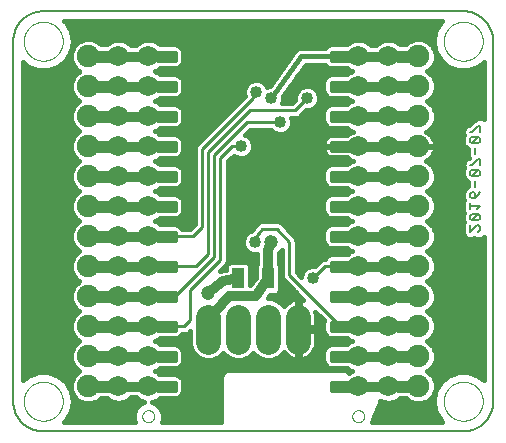
<source format=gbl>
G75*
%MOIN*%
%OFA0B0*%
%FSLAX25Y25*%
%IPPOS*%
%LPD*%
%AMOC8*
5,1,8,0,0,1.08239X$1,22.5*
%
%ADD10C,0.00800*%
%ADD11R,0.04000X0.07000*%
%ADD12C,0.08268*%
%ADD13C,0.07500*%
%ADD14C,0.00000*%
%ADD15C,0.06900*%
%ADD16C,0.01600*%
%ADD17C,0.04000*%
%ADD18C,0.04700*%
%ADD19C,0.03200*%
%ADD20C,0.01000*%
D10*
X0010000Y0000000D02*
X0150000Y0000000D01*
X0150242Y0000003D01*
X0150483Y0000012D01*
X0150724Y0000026D01*
X0150965Y0000047D01*
X0151205Y0000073D01*
X0151445Y0000105D01*
X0151684Y0000143D01*
X0151921Y0000186D01*
X0152158Y0000236D01*
X0152393Y0000291D01*
X0152627Y0000351D01*
X0152859Y0000418D01*
X0153090Y0000489D01*
X0153319Y0000567D01*
X0153546Y0000650D01*
X0153771Y0000738D01*
X0153994Y0000832D01*
X0154214Y0000931D01*
X0154432Y0001036D01*
X0154647Y0001145D01*
X0154860Y0001260D01*
X0155070Y0001380D01*
X0155276Y0001505D01*
X0155480Y0001635D01*
X0155681Y0001770D01*
X0155878Y0001910D01*
X0156072Y0002054D01*
X0156262Y0002203D01*
X0156448Y0002357D01*
X0156631Y0002515D01*
X0156810Y0002677D01*
X0156985Y0002844D01*
X0157156Y0003015D01*
X0157323Y0003190D01*
X0157485Y0003369D01*
X0157643Y0003552D01*
X0157797Y0003738D01*
X0157946Y0003928D01*
X0158090Y0004122D01*
X0158230Y0004319D01*
X0158365Y0004520D01*
X0158495Y0004724D01*
X0158620Y0004930D01*
X0158740Y0005140D01*
X0158855Y0005353D01*
X0158964Y0005568D01*
X0159069Y0005786D01*
X0159168Y0006006D01*
X0159262Y0006229D01*
X0159350Y0006454D01*
X0159433Y0006681D01*
X0159511Y0006910D01*
X0159582Y0007141D01*
X0159649Y0007373D01*
X0159709Y0007607D01*
X0159764Y0007842D01*
X0159814Y0008079D01*
X0159857Y0008316D01*
X0159895Y0008555D01*
X0159927Y0008795D01*
X0159953Y0009035D01*
X0159974Y0009276D01*
X0159988Y0009517D01*
X0159997Y0009758D01*
X0160000Y0010000D01*
X0160000Y0130000D01*
X0159997Y0130242D01*
X0159988Y0130483D01*
X0159974Y0130724D01*
X0159953Y0130965D01*
X0159927Y0131205D01*
X0159895Y0131445D01*
X0159857Y0131684D01*
X0159814Y0131921D01*
X0159764Y0132158D01*
X0159709Y0132393D01*
X0159649Y0132627D01*
X0159582Y0132859D01*
X0159511Y0133090D01*
X0159433Y0133319D01*
X0159350Y0133546D01*
X0159262Y0133771D01*
X0159168Y0133994D01*
X0159069Y0134214D01*
X0158964Y0134432D01*
X0158855Y0134647D01*
X0158740Y0134860D01*
X0158620Y0135070D01*
X0158495Y0135276D01*
X0158365Y0135480D01*
X0158230Y0135681D01*
X0158090Y0135878D01*
X0157946Y0136072D01*
X0157797Y0136262D01*
X0157643Y0136448D01*
X0157485Y0136631D01*
X0157323Y0136810D01*
X0157156Y0136985D01*
X0156985Y0137156D01*
X0156810Y0137323D01*
X0156631Y0137485D01*
X0156448Y0137643D01*
X0156262Y0137797D01*
X0156072Y0137946D01*
X0155878Y0138090D01*
X0155681Y0138230D01*
X0155480Y0138365D01*
X0155276Y0138495D01*
X0155070Y0138620D01*
X0154860Y0138740D01*
X0154647Y0138855D01*
X0154432Y0138964D01*
X0154214Y0139069D01*
X0153994Y0139168D01*
X0153771Y0139262D01*
X0153546Y0139350D01*
X0153319Y0139433D01*
X0153090Y0139511D01*
X0152859Y0139582D01*
X0152627Y0139649D01*
X0152393Y0139709D01*
X0152158Y0139764D01*
X0151921Y0139814D01*
X0151684Y0139857D01*
X0151445Y0139895D01*
X0151205Y0139927D01*
X0150965Y0139953D01*
X0150724Y0139974D01*
X0150483Y0139988D01*
X0150242Y0139997D01*
X0150000Y0140000D01*
X0010000Y0140000D01*
X0009758Y0139997D01*
X0009517Y0139988D01*
X0009276Y0139974D01*
X0009035Y0139953D01*
X0008795Y0139927D01*
X0008555Y0139895D01*
X0008316Y0139857D01*
X0008079Y0139814D01*
X0007842Y0139764D01*
X0007607Y0139709D01*
X0007373Y0139649D01*
X0007141Y0139582D01*
X0006910Y0139511D01*
X0006681Y0139433D01*
X0006454Y0139350D01*
X0006229Y0139262D01*
X0006006Y0139168D01*
X0005786Y0139069D01*
X0005568Y0138964D01*
X0005353Y0138855D01*
X0005140Y0138740D01*
X0004930Y0138620D01*
X0004724Y0138495D01*
X0004520Y0138365D01*
X0004319Y0138230D01*
X0004122Y0138090D01*
X0003928Y0137946D01*
X0003738Y0137797D01*
X0003552Y0137643D01*
X0003369Y0137485D01*
X0003190Y0137323D01*
X0003015Y0137156D01*
X0002844Y0136985D01*
X0002677Y0136810D01*
X0002515Y0136631D01*
X0002357Y0136448D01*
X0002203Y0136262D01*
X0002054Y0136072D01*
X0001910Y0135878D01*
X0001770Y0135681D01*
X0001635Y0135480D01*
X0001505Y0135276D01*
X0001380Y0135070D01*
X0001260Y0134860D01*
X0001145Y0134647D01*
X0001036Y0134432D01*
X0000931Y0134214D01*
X0000832Y0133994D01*
X0000738Y0133771D01*
X0000650Y0133546D01*
X0000567Y0133319D01*
X0000489Y0133090D01*
X0000418Y0132859D01*
X0000351Y0132627D01*
X0000291Y0132393D01*
X0000236Y0132158D01*
X0000186Y0131921D01*
X0000143Y0131684D01*
X0000105Y0131445D01*
X0000073Y0131205D01*
X0000047Y0130965D01*
X0000026Y0130724D01*
X0000012Y0130483D01*
X0000003Y0130242D01*
X0000000Y0130000D01*
X0000000Y0010000D01*
X0000003Y0009758D01*
X0000012Y0009517D01*
X0000026Y0009276D01*
X0000047Y0009035D01*
X0000073Y0008795D01*
X0000105Y0008555D01*
X0000143Y0008316D01*
X0000186Y0008079D01*
X0000236Y0007842D01*
X0000291Y0007607D01*
X0000351Y0007373D01*
X0000418Y0007141D01*
X0000489Y0006910D01*
X0000567Y0006681D01*
X0000650Y0006454D01*
X0000738Y0006229D01*
X0000832Y0006006D01*
X0000931Y0005786D01*
X0001036Y0005568D01*
X0001145Y0005353D01*
X0001260Y0005140D01*
X0001380Y0004930D01*
X0001505Y0004724D01*
X0001635Y0004520D01*
X0001770Y0004319D01*
X0001910Y0004122D01*
X0002054Y0003928D01*
X0002203Y0003738D01*
X0002357Y0003552D01*
X0002515Y0003369D01*
X0002677Y0003190D01*
X0002844Y0003015D01*
X0003015Y0002844D01*
X0003190Y0002677D01*
X0003369Y0002515D01*
X0003552Y0002357D01*
X0003738Y0002203D01*
X0003928Y0002054D01*
X0004122Y0001910D01*
X0004319Y0001770D01*
X0004520Y0001635D01*
X0004724Y0001505D01*
X0004930Y0001380D01*
X0005140Y0001260D01*
X0005353Y0001145D01*
X0005568Y0001036D01*
X0005786Y0000931D01*
X0006006Y0000832D01*
X0006229Y0000738D01*
X0006454Y0000650D01*
X0006681Y0000567D01*
X0006910Y0000489D01*
X0007141Y0000418D01*
X0007373Y0000351D01*
X0007607Y0000291D01*
X0007842Y0000236D01*
X0008079Y0000186D01*
X0008316Y0000143D01*
X0008555Y0000105D01*
X0008795Y0000073D01*
X0009035Y0000047D01*
X0009276Y0000026D01*
X0009517Y0000012D01*
X0009758Y0000003D01*
X0010000Y0000000D01*
X0152400Y0066569D02*
X0154535Y0068704D01*
X0155069Y0068704D01*
X0155603Y0068170D01*
X0155603Y0067102D01*
X0155069Y0066569D01*
X0152400Y0066569D02*
X0152400Y0068704D01*
X0152934Y0070252D02*
X0152400Y0070785D01*
X0152400Y0071853D01*
X0152934Y0072387D01*
X0155069Y0072387D01*
X0152934Y0070252D01*
X0155069Y0070252D01*
X0155603Y0070785D01*
X0155603Y0071853D01*
X0155069Y0072387D01*
X0154535Y0073935D02*
X0155603Y0075002D01*
X0152400Y0075002D01*
X0152400Y0073935D02*
X0152400Y0076070D01*
X0152934Y0077618D02*
X0152400Y0078152D01*
X0152400Y0079219D01*
X0152934Y0079753D01*
X0153468Y0079753D01*
X0154001Y0079219D01*
X0154001Y0077618D01*
X0152934Y0077618D01*
X0154001Y0077618D02*
X0155069Y0078686D01*
X0155603Y0079753D01*
X0154001Y0081301D02*
X0154001Y0083436D01*
X0152934Y0084984D02*
X0155069Y0087119D01*
X0152934Y0087119D01*
X0152400Y0086586D01*
X0152400Y0085518D01*
X0152934Y0084984D01*
X0155069Y0084984D01*
X0155603Y0085518D01*
X0155603Y0086586D01*
X0155069Y0087119D01*
X0155603Y0088667D02*
X0155603Y0090803D01*
X0155069Y0090803D01*
X0152934Y0088667D01*
X0152400Y0088667D01*
X0154001Y0092351D02*
X0154001Y0094486D01*
X0152934Y0096034D02*
X0152400Y0096567D01*
X0152400Y0097635D01*
X0152934Y0098169D01*
X0155069Y0098169D01*
X0152934Y0096034D01*
X0155069Y0096034D01*
X0155603Y0096567D01*
X0155603Y0097635D01*
X0155069Y0098169D01*
X0155603Y0099717D02*
X0155603Y0101852D01*
X0155069Y0101852D01*
X0152934Y0099717D01*
X0152400Y0099717D01*
D11*
X0085000Y0051000D03*
X0075000Y0051000D03*
D12*
X0075000Y0038134D02*
X0075000Y0029866D01*
X0085000Y0029866D02*
X0085000Y0038134D01*
X0095000Y0038134D02*
X0095000Y0029866D01*
X0065000Y0029866D02*
X0065000Y0038134D01*
D13*
X0025000Y0035000D03*
X0025000Y0025000D03*
X0025000Y0015000D03*
X0025000Y0045000D03*
X0025000Y0055000D03*
X0025000Y0065000D03*
X0025000Y0075000D03*
X0025000Y0085000D03*
X0025000Y0095000D03*
X0025000Y0105000D03*
X0025000Y0115000D03*
X0025000Y0125000D03*
X0135000Y0125000D03*
X0135000Y0115000D03*
X0135000Y0105000D03*
X0135000Y0095000D03*
X0135000Y0085000D03*
X0135000Y0075000D03*
X0135000Y0065000D03*
X0135000Y0055000D03*
X0135000Y0045000D03*
X0135000Y0035000D03*
X0135000Y0025000D03*
X0135000Y0015000D03*
D14*
X0143500Y0010000D02*
X0143502Y0010161D01*
X0143508Y0010321D01*
X0143518Y0010482D01*
X0143532Y0010642D01*
X0143550Y0010802D01*
X0143571Y0010961D01*
X0143597Y0011120D01*
X0143627Y0011278D01*
X0143660Y0011435D01*
X0143698Y0011592D01*
X0143739Y0011747D01*
X0143784Y0011901D01*
X0143833Y0012054D01*
X0143886Y0012206D01*
X0143942Y0012357D01*
X0144003Y0012506D01*
X0144066Y0012654D01*
X0144134Y0012800D01*
X0144205Y0012944D01*
X0144279Y0013086D01*
X0144357Y0013227D01*
X0144439Y0013365D01*
X0144524Y0013502D01*
X0144612Y0013636D01*
X0144704Y0013768D01*
X0144799Y0013898D01*
X0144897Y0014026D01*
X0144998Y0014151D01*
X0145102Y0014273D01*
X0145209Y0014393D01*
X0145319Y0014510D01*
X0145432Y0014625D01*
X0145548Y0014736D01*
X0145667Y0014845D01*
X0145788Y0014950D01*
X0145912Y0015053D01*
X0146038Y0015153D01*
X0146166Y0015249D01*
X0146297Y0015342D01*
X0146431Y0015432D01*
X0146566Y0015519D01*
X0146704Y0015602D01*
X0146843Y0015682D01*
X0146985Y0015758D01*
X0147128Y0015831D01*
X0147273Y0015900D01*
X0147420Y0015966D01*
X0147568Y0016028D01*
X0147718Y0016086D01*
X0147869Y0016141D01*
X0148022Y0016192D01*
X0148176Y0016239D01*
X0148331Y0016282D01*
X0148487Y0016321D01*
X0148643Y0016357D01*
X0148801Y0016388D01*
X0148959Y0016416D01*
X0149118Y0016440D01*
X0149278Y0016460D01*
X0149438Y0016476D01*
X0149598Y0016488D01*
X0149759Y0016496D01*
X0149920Y0016500D01*
X0150080Y0016500D01*
X0150241Y0016496D01*
X0150402Y0016488D01*
X0150562Y0016476D01*
X0150722Y0016460D01*
X0150882Y0016440D01*
X0151041Y0016416D01*
X0151199Y0016388D01*
X0151357Y0016357D01*
X0151513Y0016321D01*
X0151669Y0016282D01*
X0151824Y0016239D01*
X0151978Y0016192D01*
X0152131Y0016141D01*
X0152282Y0016086D01*
X0152432Y0016028D01*
X0152580Y0015966D01*
X0152727Y0015900D01*
X0152872Y0015831D01*
X0153015Y0015758D01*
X0153157Y0015682D01*
X0153296Y0015602D01*
X0153434Y0015519D01*
X0153569Y0015432D01*
X0153703Y0015342D01*
X0153834Y0015249D01*
X0153962Y0015153D01*
X0154088Y0015053D01*
X0154212Y0014950D01*
X0154333Y0014845D01*
X0154452Y0014736D01*
X0154568Y0014625D01*
X0154681Y0014510D01*
X0154791Y0014393D01*
X0154898Y0014273D01*
X0155002Y0014151D01*
X0155103Y0014026D01*
X0155201Y0013898D01*
X0155296Y0013768D01*
X0155388Y0013636D01*
X0155476Y0013502D01*
X0155561Y0013365D01*
X0155643Y0013227D01*
X0155721Y0013086D01*
X0155795Y0012944D01*
X0155866Y0012800D01*
X0155934Y0012654D01*
X0155997Y0012506D01*
X0156058Y0012357D01*
X0156114Y0012206D01*
X0156167Y0012054D01*
X0156216Y0011901D01*
X0156261Y0011747D01*
X0156302Y0011592D01*
X0156340Y0011435D01*
X0156373Y0011278D01*
X0156403Y0011120D01*
X0156429Y0010961D01*
X0156450Y0010802D01*
X0156468Y0010642D01*
X0156482Y0010482D01*
X0156492Y0010321D01*
X0156498Y0010161D01*
X0156500Y0010000D01*
X0156498Y0009839D01*
X0156492Y0009679D01*
X0156482Y0009518D01*
X0156468Y0009358D01*
X0156450Y0009198D01*
X0156429Y0009039D01*
X0156403Y0008880D01*
X0156373Y0008722D01*
X0156340Y0008565D01*
X0156302Y0008408D01*
X0156261Y0008253D01*
X0156216Y0008099D01*
X0156167Y0007946D01*
X0156114Y0007794D01*
X0156058Y0007643D01*
X0155997Y0007494D01*
X0155934Y0007346D01*
X0155866Y0007200D01*
X0155795Y0007056D01*
X0155721Y0006914D01*
X0155643Y0006773D01*
X0155561Y0006635D01*
X0155476Y0006498D01*
X0155388Y0006364D01*
X0155296Y0006232D01*
X0155201Y0006102D01*
X0155103Y0005974D01*
X0155002Y0005849D01*
X0154898Y0005727D01*
X0154791Y0005607D01*
X0154681Y0005490D01*
X0154568Y0005375D01*
X0154452Y0005264D01*
X0154333Y0005155D01*
X0154212Y0005050D01*
X0154088Y0004947D01*
X0153962Y0004847D01*
X0153834Y0004751D01*
X0153703Y0004658D01*
X0153569Y0004568D01*
X0153434Y0004481D01*
X0153296Y0004398D01*
X0153157Y0004318D01*
X0153015Y0004242D01*
X0152872Y0004169D01*
X0152727Y0004100D01*
X0152580Y0004034D01*
X0152432Y0003972D01*
X0152282Y0003914D01*
X0152131Y0003859D01*
X0151978Y0003808D01*
X0151824Y0003761D01*
X0151669Y0003718D01*
X0151513Y0003679D01*
X0151357Y0003643D01*
X0151199Y0003612D01*
X0151041Y0003584D01*
X0150882Y0003560D01*
X0150722Y0003540D01*
X0150562Y0003524D01*
X0150402Y0003512D01*
X0150241Y0003504D01*
X0150080Y0003500D01*
X0149920Y0003500D01*
X0149759Y0003504D01*
X0149598Y0003512D01*
X0149438Y0003524D01*
X0149278Y0003540D01*
X0149118Y0003560D01*
X0148959Y0003584D01*
X0148801Y0003612D01*
X0148643Y0003643D01*
X0148487Y0003679D01*
X0148331Y0003718D01*
X0148176Y0003761D01*
X0148022Y0003808D01*
X0147869Y0003859D01*
X0147718Y0003914D01*
X0147568Y0003972D01*
X0147420Y0004034D01*
X0147273Y0004100D01*
X0147128Y0004169D01*
X0146985Y0004242D01*
X0146843Y0004318D01*
X0146704Y0004398D01*
X0146566Y0004481D01*
X0146431Y0004568D01*
X0146297Y0004658D01*
X0146166Y0004751D01*
X0146038Y0004847D01*
X0145912Y0004947D01*
X0145788Y0005050D01*
X0145667Y0005155D01*
X0145548Y0005264D01*
X0145432Y0005375D01*
X0145319Y0005490D01*
X0145209Y0005607D01*
X0145102Y0005727D01*
X0144998Y0005849D01*
X0144897Y0005974D01*
X0144799Y0006102D01*
X0144704Y0006232D01*
X0144612Y0006364D01*
X0144524Y0006498D01*
X0144439Y0006635D01*
X0144357Y0006773D01*
X0144279Y0006914D01*
X0144205Y0007056D01*
X0144134Y0007200D01*
X0144066Y0007346D01*
X0144003Y0007494D01*
X0143942Y0007643D01*
X0143886Y0007794D01*
X0143833Y0007946D01*
X0143784Y0008099D01*
X0143739Y0008253D01*
X0143698Y0008408D01*
X0143660Y0008565D01*
X0143627Y0008722D01*
X0143597Y0008880D01*
X0143571Y0009039D01*
X0143550Y0009198D01*
X0143532Y0009358D01*
X0143518Y0009518D01*
X0143508Y0009679D01*
X0143502Y0009839D01*
X0143500Y0010000D01*
X0113000Y0005000D02*
X0113002Y0005089D01*
X0113008Y0005178D01*
X0113018Y0005267D01*
X0113032Y0005355D01*
X0113049Y0005442D01*
X0113071Y0005528D01*
X0113097Y0005614D01*
X0113126Y0005698D01*
X0113159Y0005781D01*
X0113195Y0005862D01*
X0113236Y0005942D01*
X0113279Y0006019D01*
X0113326Y0006095D01*
X0113377Y0006168D01*
X0113430Y0006239D01*
X0113487Y0006308D01*
X0113547Y0006374D01*
X0113610Y0006438D01*
X0113675Y0006498D01*
X0113743Y0006556D01*
X0113814Y0006610D01*
X0113887Y0006661D01*
X0113962Y0006709D01*
X0114039Y0006754D01*
X0114118Y0006795D01*
X0114199Y0006832D01*
X0114281Y0006866D01*
X0114365Y0006897D01*
X0114450Y0006923D01*
X0114536Y0006946D01*
X0114623Y0006964D01*
X0114711Y0006979D01*
X0114800Y0006990D01*
X0114889Y0006997D01*
X0114978Y0007000D01*
X0115067Y0006999D01*
X0115156Y0006994D01*
X0115244Y0006985D01*
X0115333Y0006972D01*
X0115420Y0006955D01*
X0115507Y0006935D01*
X0115593Y0006910D01*
X0115677Y0006882D01*
X0115760Y0006850D01*
X0115842Y0006814D01*
X0115922Y0006775D01*
X0116000Y0006732D01*
X0116076Y0006686D01*
X0116150Y0006636D01*
X0116222Y0006583D01*
X0116291Y0006527D01*
X0116358Y0006468D01*
X0116422Y0006406D01*
X0116483Y0006342D01*
X0116542Y0006274D01*
X0116597Y0006204D01*
X0116649Y0006132D01*
X0116698Y0006057D01*
X0116743Y0005981D01*
X0116785Y0005902D01*
X0116823Y0005822D01*
X0116858Y0005740D01*
X0116889Y0005656D01*
X0116917Y0005571D01*
X0116940Y0005485D01*
X0116960Y0005398D01*
X0116976Y0005311D01*
X0116988Y0005222D01*
X0116996Y0005134D01*
X0117000Y0005045D01*
X0117000Y0004955D01*
X0116996Y0004866D01*
X0116988Y0004778D01*
X0116976Y0004689D01*
X0116960Y0004602D01*
X0116940Y0004515D01*
X0116917Y0004429D01*
X0116889Y0004344D01*
X0116858Y0004260D01*
X0116823Y0004178D01*
X0116785Y0004098D01*
X0116743Y0004019D01*
X0116698Y0003943D01*
X0116649Y0003868D01*
X0116597Y0003796D01*
X0116542Y0003726D01*
X0116483Y0003658D01*
X0116422Y0003594D01*
X0116358Y0003532D01*
X0116291Y0003473D01*
X0116222Y0003417D01*
X0116150Y0003364D01*
X0116076Y0003314D01*
X0116000Y0003268D01*
X0115922Y0003225D01*
X0115842Y0003186D01*
X0115760Y0003150D01*
X0115677Y0003118D01*
X0115593Y0003090D01*
X0115507Y0003065D01*
X0115420Y0003045D01*
X0115333Y0003028D01*
X0115244Y0003015D01*
X0115156Y0003006D01*
X0115067Y0003001D01*
X0114978Y0003000D01*
X0114889Y0003003D01*
X0114800Y0003010D01*
X0114711Y0003021D01*
X0114623Y0003036D01*
X0114536Y0003054D01*
X0114450Y0003077D01*
X0114365Y0003103D01*
X0114281Y0003134D01*
X0114199Y0003168D01*
X0114118Y0003205D01*
X0114039Y0003246D01*
X0113962Y0003291D01*
X0113887Y0003339D01*
X0113814Y0003390D01*
X0113743Y0003444D01*
X0113675Y0003502D01*
X0113610Y0003562D01*
X0113547Y0003626D01*
X0113487Y0003692D01*
X0113430Y0003761D01*
X0113377Y0003832D01*
X0113326Y0003905D01*
X0113279Y0003981D01*
X0113236Y0004058D01*
X0113195Y0004138D01*
X0113159Y0004219D01*
X0113126Y0004302D01*
X0113097Y0004386D01*
X0113071Y0004472D01*
X0113049Y0004558D01*
X0113032Y0004645D01*
X0113018Y0004733D01*
X0113008Y0004822D01*
X0113002Y0004911D01*
X0113000Y0005000D01*
X0043000Y0005000D02*
X0043002Y0005089D01*
X0043008Y0005178D01*
X0043018Y0005267D01*
X0043032Y0005355D01*
X0043049Y0005442D01*
X0043071Y0005528D01*
X0043097Y0005614D01*
X0043126Y0005698D01*
X0043159Y0005781D01*
X0043195Y0005862D01*
X0043236Y0005942D01*
X0043279Y0006019D01*
X0043326Y0006095D01*
X0043377Y0006168D01*
X0043430Y0006239D01*
X0043487Y0006308D01*
X0043547Y0006374D01*
X0043610Y0006438D01*
X0043675Y0006498D01*
X0043743Y0006556D01*
X0043814Y0006610D01*
X0043887Y0006661D01*
X0043962Y0006709D01*
X0044039Y0006754D01*
X0044118Y0006795D01*
X0044199Y0006832D01*
X0044281Y0006866D01*
X0044365Y0006897D01*
X0044450Y0006923D01*
X0044536Y0006946D01*
X0044623Y0006964D01*
X0044711Y0006979D01*
X0044800Y0006990D01*
X0044889Y0006997D01*
X0044978Y0007000D01*
X0045067Y0006999D01*
X0045156Y0006994D01*
X0045244Y0006985D01*
X0045333Y0006972D01*
X0045420Y0006955D01*
X0045507Y0006935D01*
X0045593Y0006910D01*
X0045677Y0006882D01*
X0045760Y0006850D01*
X0045842Y0006814D01*
X0045922Y0006775D01*
X0046000Y0006732D01*
X0046076Y0006686D01*
X0046150Y0006636D01*
X0046222Y0006583D01*
X0046291Y0006527D01*
X0046358Y0006468D01*
X0046422Y0006406D01*
X0046483Y0006342D01*
X0046542Y0006274D01*
X0046597Y0006204D01*
X0046649Y0006132D01*
X0046698Y0006057D01*
X0046743Y0005981D01*
X0046785Y0005902D01*
X0046823Y0005822D01*
X0046858Y0005740D01*
X0046889Y0005656D01*
X0046917Y0005571D01*
X0046940Y0005485D01*
X0046960Y0005398D01*
X0046976Y0005311D01*
X0046988Y0005222D01*
X0046996Y0005134D01*
X0047000Y0005045D01*
X0047000Y0004955D01*
X0046996Y0004866D01*
X0046988Y0004778D01*
X0046976Y0004689D01*
X0046960Y0004602D01*
X0046940Y0004515D01*
X0046917Y0004429D01*
X0046889Y0004344D01*
X0046858Y0004260D01*
X0046823Y0004178D01*
X0046785Y0004098D01*
X0046743Y0004019D01*
X0046698Y0003943D01*
X0046649Y0003868D01*
X0046597Y0003796D01*
X0046542Y0003726D01*
X0046483Y0003658D01*
X0046422Y0003594D01*
X0046358Y0003532D01*
X0046291Y0003473D01*
X0046222Y0003417D01*
X0046150Y0003364D01*
X0046076Y0003314D01*
X0046000Y0003268D01*
X0045922Y0003225D01*
X0045842Y0003186D01*
X0045760Y0003150D01*
X0045677Y0003118D01*
X0045593Y0003090D01*
X0045507Y0003065D01*
X0045420Y0003045D01*
X0045333Y0003028D01*
X0045244Y0003015D01*
X0045156Y0003006D01*
X0045067Y0003001D01*
X0044978Y0003000D01*
X0044889Y0003003D01*
X0044800Y0003010D01*
X0044711Y0003021D01*
X0044623Y0003036D01*
X0044536Y0003054D01*
X0044450Y0003077D01*
X0044365Y0003103D01*
X0044281Y0003134D01*
X0044199Y0003168D01*
X0044118Y0003205D01*
X0044039Y0003246D01*
X0043962Y0003291D01*
X0043887Y0003339D01*
X0043814Y0003390D01*
X0043743Y0003444D01*
X0043675Y0003502D01*
X0043610Y0003562D01*
X0043547Y0003626D01*
X0043487Y0003692D01*
X0043430Y0003761D01*
X0043377Y0003832D01*
X0043326Y0003905D01*
X0043279Y0003981D01*
X0043236Y0004058D01*
X0043195Y0004138D01*
X0043159Y0004219D01*
X0043126Y0004302D01*
X0043097Y0004386D01*
X0043071Y0004472D01*
X0043049Y0004558D01*
X0043032Y0004645D01*
X0043018Y0004733D01*
X0043008Y0004822D01*
X0043002Y0004911D01*
X0043000Y0005000D01*
X0003500Y0010000D02*
X0003502Y0010161D01*
X0003508Y0010321D01*
X0003518Y0010482D01*
X0003532Y0010642D01*
X0003550Y0010802D01*
X0003571Y0010961D01*
X0003597Y0011120D01*
X0003627Y0011278D01*
X0003660Y0011435D01*
X0003698Y0011592D01*
X0003739Y0011747D01*
X0003784Y0011901D01*
X0003833Y0012054D01*
X0003886Y0012206D01*
X0003942Y0012357D01*
X0004003Y0012506D01*
X0004066Y0012654D01*
X0004134Y0012800D01*
X0004205Y0012944D01*
X0004279Y0013086D01*
X0004357Y0013227D01*
X0004439Y0013365D01*
X0004524Y0013502D01*
X0004612Y0013636D01*
X0004704Y0013768D01*
X0004799Y0013898D01*
X0004897Y0014026D01*
X0004998Y0014151D01*
X0005102Y0014273D01*
X0005209Y0014393D01*
X0005319Y0014510D01*
X0005432Y0014625D01*
X0005548Y0014736D01*
X0005667Y0014845D01*
X0005788Y0014950D01*
X0005912Y0015053D01*
X0006038Y0015153D01*
X0006166Y0015249D01*
X0006297Y0015342D01*
X0006431Y0015432D01*
X0006566Y0015519D01*
X0006704Y0015602D01*
X0006843Y0015682D01*
X0006985Y0015758D01*
X0007128Y0015831D01*
X0007273Y0015900D01*
X0007420Y0015966D01*
X0007568Y0016028D01*
X0007718Y0016086D01*
X0007869Y0016141D01*
X0008022Y0016192D01*
X0008176Y0016239D01*
X0008331Y0016282D01*
X0008487Y0016321D01*
X0008643Y0016357D01*
X0008801Y0016388D01*
X0008959Y0016416D01*
X0009118Y0016440D01*
X0009278Y0016460D01*
X0009438Y0016476D01*
X0009598Y0016488D01*
X0009759Y0016496D01*
X0009920Y0016500D01*
X0010080Y0016500D01*
X0010241Y0016496D01*
X0010402Y0016488D01*
X0010562Y0016476D01*
X0010722Y0016460D01*
X0010882Y0016440D01*
X0011041Y0016416D01*
X0011199Y0016388D01*
X0011357Y0016357D01*
X0011513Y0016321D01*
X0011669Y0016282D01*
X0011824Y0016239D01*
X0011978Y0016192D01*
X0012131Y0016141D01*
X0012282Y0016086D01*
X0012432Y0016028D01*
X0012580Y0015966D01*
X0012727Y0015900D01*
X0012872Y0015831D01*
X0013015Y0015758D01*
X0013157Y0015682D01*
X0013296Y0015602D01*
X0013434Y0015519D01*
X0013569Y0015432D01*
X0013703Y0015342D01*
X0013834Y0015249D01*
X0013962Y0015153D01*
X0014088Y0015053D01*
X0014212Y0014950D01*
X0014333Y0014845D01*
X0014452Y0014736D01*
X0014568Y0014625D01*
X0014681Y0014510D01*
X0014791Y0014393D01*
X0014898Y0014273D01*
X0015002Y0014151D01*
X0015103Y0014026D01*
X0015201Y0013898D01*
X0015296Y0013768D01*
X0015388Y0013636D01*
X0015476Y0013502D01*
X0015561Y0013365D01*
X0015643Y0013227D01*
X0015721Y0013086D01*
X0015795Y0012944D01*
X0015866Y0012800D01*
X0015934Y0012654D01*
X0015997Y0012506D01*
X0016058Y0012357D01*
X0016114Y0012206D01*
X0016167Y0012054D01*
X0016216Y0011901D01*
X0016261Y0011747D01*
X0016302Y0011592D01*
X0016340Y0011435D01*
X0016373Y0011278D01*
X0016403Y0011120D01*
X0016429Y0010961D01*
X0016450Y0010802D01*
X0016468Y0010642D01*
X0016482Y0010482D01*
X0016492Y0010321D01*
X0016498Y0010161D01*
X0016500Y0010000D01*
X0016498Y0009839D01*
X0016492Y0009679D01*
X0016482Y0009518D01*
X0016468Y0009358D01*
X0016450Y0009198D01*
X0016429Y0009039D01*
X0016403Y0008880D01*
X0016373Y0008722D01*
X0016340Y0008565D01*
X0016302Y0008408D01*
X0016261Y0008253D01*
X0016216Y0008099D01*
X0016167Y0007946D01*
X0016114Y0007794D01*
X0016058Y0007643D01*
X0015997Y0007494D01*
X0015934Y0007346D01*
X0015866Y0007200D01*
X0015795Y0007056D01*
X0015721Y0006914D01*
X0015643Y0006773D01*
X0015561Y0006635D01*
X0015476Y0006498D01*
X0015388Y0006364D01*
X0015296Y0006232D01*
X0015201Y0006102D01*
X0015103Y0005974D01*
X0015002Y0005849D01*
X0014898Y0005727D01*
X0014791Y0005607D01*
X0014681Y0005490D01*
X0014568Y0005375D01*
X0014452Y0005264D01*
X0014333Y0005155D01*
X0014212Y0005050D01*
X0014088Y0004947D01*
X0013962Y0004847D01*
X0013834Y0004751D01*
X0013703Y0004658D01*
X0013569Y0004568D01*
X0013434Y0004481D01*
X0013296Y0004398D01*
X0013157Y0004318D01*
X0013015Y0004242D01*
X0012872Y0004169D01*
X0012727Y0004100D01*
X0012580Y0004034D01*
X0012432Y0003972D01*
X0012282Y0003914D01*
X0012131Y0003859D01*
X0011978Y0003808D01*
X0011824Y0003761D01*
X0011669Y0003718D01*
X0011513Y0003679D01*
X0011357Y0003643D01*
X0011199Y0003612D01*
X0011041Y0003584D01*
X0010882Y0003560D01*
X0010722Y0003540D01*
X0010562Y0003524D01*
X0010402Y0003512D01*
X0010241Y0003504D01*
X0010080Y0003500D01*
X0009920Y0003500D01*
X0009759Y0003504D01*
X0009598Y0003512D01*
X0009438Y0003524D01*
X0009278Y0003540D01*
X0009118Y0003560D01*
X0008959Y0003584D01*
X0008801Y0003612D01*
X0008643Y0003643D01*
X0008487Y0003679D01*
X0008331Y0003718D01*
X0008176Y0003761D01*
X0008022Y0003808D01*
X0007869Y0003859D01*
X0007718Y0003914D01*
X0007568Y0003972D01*
X0007420Y0004034D01*
X0007273Y0004100D01*
X0007128Y0004169D01*
X0006985Y0004242D01*
X0006843Y0004318D01*
X0006704Y0004398D01*
X0006566Y0004481D01*
X0006431Y0004568D01*
X0006297Y0004658D01*
X0006166Y0004751D01*
X0006038Y0004847D01*
X0005912Y0004947D01*
X0005788Y0005050D01*
X0005667Y0005155D01*
X0005548Y0005264D01*
X0005432Y0005375D01*
X0005319Y0005490D01*
X0005209Y0005607D01*
X0005102Y0005727D01*
X0004998Y0005849D01*
X0004897Y0005974D01*
X0004799Y0006102D01*
X0004704Y0006232D01*
X0004612Y0006364D01*
X0004524Y0006498D01*
X0004439Y0006635D01*
X0004357Y0006773D01*
X0004279Y0006914D01*
X0004205Y0007056D01*
X0004134Y0007200D01*
X0004066Y0007346D01*
X0004003Y0007494D01*
X0003942Y0007643D01*
X0003886Y0007794D01*
X0003833Y0007946D01*
X0003784Y0008099D01*
X0003739Y0008253D01*
X0003698Y0008408D01*
X0003660Y0008565D01*
X0003627Y0008722D01*
X0003597Y0008880D01*
X0003571Y0009039D01*
X0003550Y0009198D01*
X0003532Y0009358D01*
X0003518Y0009518D01*
X0003508Y0009679D01*
X0003502Y0009839D01*
X0003500Y0010000D01*
X0003500Y0130000D02*
X0003502Y0130161D01*
X0003508Y0130321D01*
X0003518Y0130482D01*
X0003532Y0130642D01*
X0003550Y0130802D01*
X0003571Y0130961D01*
X0003597Y0131120D01*
X0003627Y0131278D01*
X0003660Y0131435D01*
X0003698Y0131592D01*
X0003739Y0131747D01*
X0003784Y0131901D01*
X0003833Y0132054D01*
X0003886Y0132206D01*
X0003942Y0132357D01*
X0004003Y0132506D01*
X0004066Y0132654D01*
X0004134Y0132800D01*
X0004205Y0132944D01*
X0004279Y0133086D01*
X0004357Y0133227D01*
X0004439Y0133365D01*
X0004524Y0133502D01*
X0004612Y0133636D01*
X0004704Y0133768D01*
X0004799Y0133898D01*
X0004897Y0134026D01*
X0004998Y0134151D01*
X0005102Y0134273D01*
X0005209Y0134393D01*
X0005319Y0134510D01*
X0005432Y0134625D01*
X0005548Y0134736D01*
X0005667Y0134845D01*
X0005788Y0134950D01*
X0005912Y0135053D01*
X0006038Y0135153D01*
X0006166Y0135249D01*
X0006297Y0135342D01*
X0006431Y0135432D01*
X0006566Y0135519D01*
X0006704Y0135602D01*
X0006843Y0135682D01*
X0006985Y0135758D01*
X0007128Y0135831D01*
X0007273Y0135900D01*
X0007420Y0135966D01*
X0007568Y0136028D01*
X0007718Y0136086D01*
X0007869Y0136141D01*
X0008022Y0136192D01*
X0008176Y0136239D01*
X0008331Y0136282D01*
X0008487Y0136321D01*
X0008643Y0136357D01*
X0008801Y0136388D01*
X0008959Y0136416D01*
X0009118Y0136440D01*
X0009278Y0136460D01*
X0009438Y0136476D01*
X0009598Y0136488D01*
X0009759Y0136496D01*
X0009920Y0136500D01*
X0010080Y0136500D01*
X0010241Y0136496D01*
X0010402Y0136488D01*
X0010562Y0136476D01*
X0010722Y0136460D01*
X0010882Y0136440D01*
X0011041Y0136416D01*
X0011199Y0136388D01*
X0011357Y0136357D01*
X0011513Y0136321D01*
X0011669Y0136282D01*
X0011824Y0136239D01*
X0011978Y0136192D01*
X0012131Y0136141D01*
X0012282Y0136086D01*
X0012432Y0136028D01*
X0012580Y0135966D01*
X0012727Y0135900D01*
X0012872Y0135831D01*
X0013015Y0135758D01*
X0013157Y0135682D01*
X0013296Y0135602D01*
X0013434Y0135519D01*
X0013569Y0135432D01*
X0013703Y0135342D01*
X0013834Y0135249D01*
X0013962Y0135153D01*
X0014088Y0135053D01*
X0014212Y0134950D01*
X0014333Y0134845D01*
X0014452Y0134736D01*
X0014568Y0134625D01*
X0014681Y0134510D01*
X0014791Y0134393D01*
X0014898Y0134273D01*
X0015002Y0134151D01*
X0015103Y0134026D01*
X0015201Y0133898D01*
X0015296Y0133768D01*
X0015388Y0133636D01*
X0015476Y0133502D01*
X0015561Y0133365D01*
X0015643Y0133227D01*
X0015721Y0133086D01*
X0015795Y0132944D01*
X0015866Y0132800D01*
X0015934Y0132654D01*
X0015997Y0132506D01*
X0016058Y0132357D01*
X0016114Y0132206D01*
X0016167Y0132054D01*
X0016216Y0131901D01*
X0016261Y0131747D01*
X0016302Y0131592D01*
X0016340Y0131435D01*
X0016373Y0131278D01*
X0016403Y0131120D01*
X0016429Y0130961D01*
X0016450Y0130802D01*
X0016468Y0130642D01*
X0016482Y0130482D01*
X0016492Y0130321D01*
X0016498Y0130161D01*
X0016500Y0130000D01*
X0016498Y0129839D01*
X0016492Y0129679D01*
X0016482Y0129518D01*
X0016468Y0129358D01*
X0016450Y0129198D01*
X0016429Y0129039D01*
X0016403Y0128880D01*
X0016373Y0128722D01*
X0016340Y0128565D01*
X0016302Y0128408D01*
X0016261Y0128253D01*
X0016216Y0128099D01*
X0016167Y0127946D01*
X0016114Y0127794D01*
X0016058Y0127643D01*
X0015997Y0127494D01*
X0015934Y0127346D01*
X0015866Y0127200D01*
X0015795Y0127056D01*
X0015721Y0126914D01*
X0015643Y0126773D01*
X0015561Y0126635D01*
X0015476Y0126498D01*
X0015388Y0126364D01*
X0015296Y0126232D01*
X0015201Y0126102D01*
X0015103Y0125974D01*
X0015002Y0125849D01*
X0014898Y0125727D01*
X0014791Y0125607D01*
X0014681Y0125490D01*
X0014568Y0125375D01*
X0014452Y0125264D01*
X0014333Y0125155D01*
X0014212Y0125050D01*
X0014088Y0124947D01*
X0013962Y0124847D01*
X0013834Y0124751D01*
X0013703Y0124658D01*
X0013569Y0124568D01*
X0013434Y0124481D01*
X0013296Y0124398D01*
X0013157Y0124318D01*
X0013015Y0124242D01*
X0012872Y0124169D01*
X0012727Y0124100D01*
X0012580Y0124034D01*
X0012432Y0123972D01*
X0012282Y0123914D01*
X0012131Y0123859D01*
X0011978Y0123808D01*
X0011824Y0123761D01*
X0011669Y0123718D01*
X0011513Y0123679D01*
X0011357Y0123643D01*
X0011199Y0123612D01*
X0011041Y0123584D01*
X0010882Y0123560D01*
X0010722Y0123540D01*
X0010562Y0123524D01*
X0010402Y0123512D01*
X0010241Y0123504D01*
X0010080Y0123500D01*
X0009920Y0123500D01*
X0009759Y0123504D01*
X0009598Y0123512D01*
X0009438Y0123524D01*
X0009278Y0123540D01*
X0009118Y0123560D01*
X0008959Y0123584D01*
X0008801Y0123612D01*
X0008643Y0123643D01*
X0008487Y0123679D01*
X0008331Y0123718D01*
X0008176Y0123761D01*
X0008022Y0123808D01*
X0007869Y0123859D01*
X0007718Y0123914D01*
X0007568Y0123972D01*
X0007420Y0124034D01*
X0007273Y0124100D01*
X0007128Y0124169D01*
X0006985Y0124242D01*
X0006843Y0124318D01*
X0006704Y0124398D01*
X0006566Y0124481D01*
X0006431Y0124568D01*
X0006297Y0124658D01*
X0006166Y0124751D01*
X0006038Y0124847D01*
X0005912Y0124947D01*
X0005788Y0125050D01*
X0005667Y0125155D01*
X0005548Y0125264D01*
X0005432Y0125375D01*
X0005319Y0125490D01*
X0005209Y0125607D01*
X0005102Y0125727D01*
X0004998Y0125849D01*
X0004897Y0125974D01*
X0004799Y0126102D01*
X0004704Y0126232D01*
X0004612Y0126364D01*
X0004524Y0126498D01*
X0004439Y0126635D01*
X0004357Y0126773D01*
X0004279Y0126914D01*
X0004205Y0127056D01*
X0004134Y0127200D01*
X0004066Y0127346D01*
X0004003Y0127494D01*
X0003942Y0127643D01*
X0003886Y0127794D01*
X0003833Y0127946D01*
X0003784Y0128099D01*
X0003739Y0128253D01*
X0003698Y0128408D01*
X0003660Y0128565D01*
X0003627Y0128722D01*
X0003597Y0128880D01*
X0003571Y0129039D01*
X0003550Y0129198D01*
X0003532Y0129358D01*
X0003518Y0129518D01*
X0003508Y0129679D01*
X0003502Y0129839D01*
X0003500Y0130000D01*
X0143500Y0130000D02*
X0143502Y0130161D01*
X0143508Y0130321D01*
X0143518Y0130482D01*
X0143532Y0130642D01*
X0143550Y0130802D01*
X0143571Y0130961D01*
X0143597Y0131120D01*
X0143627Y0131278D01*
X0143660Y0131435D01*
X0143698Y0131592D01*
X0143739Y0131747D01*
X0143784Y0131901D01*
X0143833Y0132054D01*
X0143886Y0132206D01*
X0143942Y0132357D01*
X0144003Y0132506D01*
X0144066Y0132654D01*
X0144134Y0132800D01*
X0144205Y0132944D01*
X0144279Y0133086D01*
X0144357Y0133227D01*
X0144439Y0133365D01*
X0144524Y0133502D01*
X0144612Y0133636D01*
X0144704Y0133768D01*
X0144799Y0133898D01*
X0144897Y0134026D01*
X0144998Y0134151D01*
X0145102Y0134273D01*
X0145209Y0134393D01*
X0145319Y0134510D01*
X0145432Y0134625D01*
X0145548Y0134736D01*
X0145667Y0134845D01*
X0145788Y0134950D01*
X0145912Y0135053D01*
X0146038Y0135153D01*
X0146166Y0135249D01*
X0146297Y0135342D01*
X0146431Y0135432D01*
X0146566Y0135519D01*
X0146704Y0135602D01*
X0146843Y0135682D01*
X0146985Y0135758D01*
X0147128Y0135831D01*
X0147273Y0135900D01*
X0147420Y0135966D01*
X0147568Y0136028D01*
X0147718Y0136086D01*
X0147869Y0136141D01*
X0148022Y0136192D01*
X0148176Y0136239D01*
X0148331Y0136282D01*
X0148487Y0136321D01*
X0148643Y0136357D01*
X0148801Y0136388D01*
X0148959Y0136416D01*
X0149118Y0136440D01*
X0149278Y0136460D01*
X0149438Y0136476D01*
X0149598Y0136488D01*
X0149759Y0136496D01*
X0149920Y0136500D01*
X0150080Y0136500D01*
X0150241Y0136496D01*
X0150402Y0136488D01*
X0150562Y0136476D01*
X0150722Y0136460D01*
X0150882Y0136440D01*
X0151041Y0136416D01*
X0151199Y0136388D01*
X0151357Y0136357D01*
X0151513Y0136321D01*
X0151669Y0136282D01*
X0151824Y0136239D01*
X0151978Y0136192D01*
X0152131Y0136141D01*
X0152282Y0136086D01*
X0152432Y0136028D01*
X0152580Y0135966D01*
X0152727Y0135900D01*
X0152872Y0135831D01*
X0153015Y0135758D01*
X0153157Y0135682D01*
X0153296Y0135602D01*
X0153434Y0135519D01*
X0153569Y0135432D01*
X0153703Y0135342D01*
X0153834Y0135249D01*
X0153962Y0135153D01*
X0154088Y0135053D01*
X0154212Y0134950D01*
X0154333Y0134845D01*
X0154452Y0134736D01*
X0154568Y0134625D01*
X0154681Y0134510D01*
X0154791Y0134393D01*
X0154898Y0134273D01*
X0155002Y0134151D01*
X0155103Y0134026D01*
X0155201Y0133898D01*
X0155296Y0133768D01*
X0155388Y0133636D01*
X0155476Y0133502D01*
X0155561Y0133365D01*
X0155643Y0133227D01*
X0155721Y0133086D01*
X0155795Y0132944D01*
X0155866Y0132800D01*
X0155934Y0132654D01*
X0155997Y0132506D01*
X0156058Y0132357D01*
X0156114Y0132206D01*
X0156167Y0132054D01*
X0156216Y0131901D01*
X0156261Y0131747D01*
X0156302Y0131592D01*
X0156340Y0131435D01*
X0156373Y0131278D01*
X0156403Y0131120D01*
X0156429Y0130961D01*
X0156450Y0130802D01*
X0156468Y0130642D01*
X0156482Y0130482D01*
X0156492Y0130321D01*
X0156498Y0130161D01*
X0156500Y0130000D01*
X0156498Y0129839D01*
X0156492Y0129679D01*
X0156482Y0129518D01*
X0156468Y0129358D01*
X0156450Y0129198D01*
X0156429Y0129039D01*
X0156403Y0128880D01*
X0156373Y0128722D01*
X0156340Y0128565D01*
X0156302Y0128408D01*
X0156261Y0128253D01*
X0156216Y0128099D01*
X0156167Y0127946D01*
X0156114Y0127794D01*
X0156058Y0127643D01*
X0155997Y0127494D01*
X0155934Y0127346D01*
X0155866Y0127200D01*
X0155795Y0127056D01*
X0155721Y0126914D01*
X0155643Y0126773D01*
X0155561Y0126635D01*
X0155476Y0126498D01*
X0155388Y0126364D01*
X0155296Y0126232D01*
X0155201Y0126102D01*
X0155103Y0125974D01*
X0155002Y0125849D01*
X0154898Y0125727D01*
X0154791Y0125607D01*
X0154681Y0125490D01*
X0154568Y0125375D01*
X0154452Y0125264D01*
X0154333Y0125155D01*
X0154212Y0125050D01*
X0154088Y0124947D01*
X0153962Y0124847D01*
X0153834Y0124751D01*
X0153703Y0124658D01*
X0153569Y0124568D01*
X0153434Y0124481D01*
X0153296Y0124398D01*
X0153157Y0124318D01*
X0153015Y0124242D01*
X0152872Y0124169D01*
X0152727Y0124100D01*
X0152580Y0124034D01*
X0152432Y0123972D01*
X0152282Y0123914D01*
X0152131Y0123859D01*
X0151978Y0123808D01*
X0151824Y0123761D01*
X0151669Y0123718D01*
X0151513Y0123679D01*
X0151357Y0123643D01*
X0151199Y0123612D01*
X0151041Y0123584D01*
X0150882Y0123560D01*
X0150722Y0123540D01*
X0150562Y0123524D01*
X0150402Y0123512D01*
X0150241Y0123504D01*
X0150080Y0123500D01*
X0149920Y0123500D01*
X0149759Y0123504D01*
X0149598Y0123512D01*
X0149438Y0123524D01*
X0149278Y0123540D01*
X0149118Y0123560D01*
X0148959Y0123584D01*
X0148801Y0123612D01*
X0148643Y0123643D01*
X0148487Y0123679D01*
X0148331Y0123718D01*
X0148176Y0123761D01*
X0148022Y0123808D01*
X0147869Y0123859D01*
X0147718Y0123914D01*
X0147568Y0123972D01*
X0147420Y0124034D01*
X0147273Y0124100D01*
X0147128Y0124169D01*
X0146985Y0124242D01*
X0146843Y0124318D01*
X0146704Y0124398D01*
X0146566Y0124481D01*
X0146431Y0124568D01*
X0146297Y0124658D01*
X0146166Y0124751D01*
X0146038Y0124847D01*
X0145912Y0124947D01*
X0145788Y0125050D01*
X0145667Y0125155D01*
X0145548Y0125264D01*
X0145432Y0125375D01*
X0145319Y0125490D01*
X0145209Y0125607D01*
X0145102Y0125727D01*
X0144998Y0125849D01*
X0144897Y0125974D01*
X0144799Y0126102D01*
X0144704Y0126232D01*
X0144612Y0126364D01*
X0144524Y0126498D01*
X0144439Y0126635D01*
X0144357Y0126773D01*
X0144279Y0126914D01*
X0144205Y0127056D01*
X0144134Y0127200D01*
X0144066Y0127346D01*
X0144003Y0127494D01*
X0143942Y0127643D01*
X0143886Y0127794D01*
X0143833Y0127946D01*
X0143784Y0128099D01*
X0143739Y0128253D01*
X0143698Y0128408D01*
X0143660Y0128565D01*
X0143627Y0128722D01*
X0143597Y0128880D01*
X0143571Y0129039D01*
X0143550Y0129198D01*
X0143532Y0129358D01*
X0143518Y0129518D01*
X0143508Y0129679D01*
X0143502Y0129839D01*
X0143500Y0130000D01*
D15*
X0125000Y0125000D03*
X0115000Y0125000D03*
X0115000Y0115000D03*
X0125000Y0115000D03*
X0125000Y0105000D03*
X0115000Y0105000D03*
X0115000Y0095000D03*
X0125000Y0095000D03*
X0125000Y0085000D03*
X0115000Y0085000D03*
X0115000Y0075000D03*
X0115000Y0065000D03*
X0125000Y0065000D03*
X0125000Y0075000D03*
X0125000Y0055000D03*
X0115000Y0055000D03*
X0115000Y0045000D03*
X0125000Y0045000D03*
X0125000Y0035000D03*
X0115000Y0035000D03*
X0115000Y0025000D03*
X0125000Y0025000D03*
X0125000Y0015000D03*
X0115000Y0015000D03*
X0045000Y0015000D03*
X0035000Y0015000D03*
X0035000Y0025000D03*
X0045000Y0025000D03*
X0045000Y0035000D03*
X0035000Y0035000D03*
X0035000Y0045000D03*
X0045000Y0045000D03*
X0045000Y0055000D03*
X0035000Y0055000D03*
X0035000Y0065000D03*
X0035000Y0075000D03*
X0045000Y0075000D03*
X0045000Y0065000D03*
X0045000Y0085000D03*
X0035000Y0085000D03*
X0035000Y0095000D03*
X0045000Y0095000D03*
X0045000Y0105000D03*
X0035000Y0105000D03*
X0035000Y0115000D03*
X0045000Y0115000D03*
X0045000Y0125000D03*
X0035000Y0125000D03*
D16*
X0045000Y0125000D01*
X0048200Y0124200D02*
X0031900Y0124200D01*
X0031800Y0123850D01*
X0026200Y0123850D01*
X0026200Y0126150D01*
X0031800Y0126150D01*
X0031800Y0125800D01*
X0048200Y0125800D01*
X0048200Y0126150D01*
X0053800Y0126150D01*
X0053800Y0123850D01*
X0048200Y0123850D01*
X0048200Y0124200D01*
X0048757Y0121050D02*
X0054357Y0121050D01*
X0055386Y0121476D01*
X0056174Y0122264D01*
X0056600Y0123293D01*
X0056600Y0126707D01*
X0056174Y0127736D01*
X0055386Y0128524D01*
X0054357Y0128950D01*
X0048757Y0128950D01*
X0048087Y0129620D01*
X0046084Y0130450D01*
X0043916Y0130450D01*
X0041913Y0129620D01*
X0040893Y0128600D01*
X0039107Y0128600D01*
X0038087Y0129620D01*
X0036084Y0130450D01*
X0033916Y0130450D01*
X0031913Y0129620D01*
X0031243Y0128950D01*
X0029182Y0128950D01*
X0028257Y0129875D01*
X0026144Y0130750D01*
X0023856Y0130750D01*
X0021743Y0129875D01*
X0020125Y0128257D01*
X0019250Y0126144D01*
X0019250Y0123856D01*
X0020125Y0121743D01*
X0021743Y0120125D01*
X0022046Y0120000D01*
X0021743Y0119875D01*
X0020125Y0118257D01*
X0019250Y0116144D01*
X0019250Y0113856D01*
X0020125Y0111743D01*
X0021743Y0110125D01*
X0022046Y0110000D01*
X0021743Y0109875D01*
X0020125Y0108257D01*
X0019250Y0106144D01*
X0019250Y0103856D01*
X0020125Y0101743D01*
X0021743Y0100125D01*
X0022046Y0100000D01*
X0021743Y0099875D01*
X0020125Y0098257D01*
X0019250Y0096144D01*
X0019250Y0093856D01*
X0020125Y0091743D01*
X0021743Y0090125D01*
X0022046Y0090000D01*
X0021743Y0089875D01*
X0020125Y0088257D01*
X0019250Y0086144D01*
X0019250Y0083856D01*
X0020125Y0081743D01*
X0021743Y0080125D01*
X0022046Y0080000D01*
X0021743Y0079875D01*
X0020125Y0078257D01*
X0019250Y0076144D01*
X0019250Y0073856D01*
X0020125Y0071743D01*
X0021743Y0070125D01*
X0022046Y0070000D01*
X0021743Y0069875D01*
X0020125Y0068257D01*
X0019250Y0066144D01*
X0019250Y0063856D01*
X0020125Y0061743D01*
X0021743Y0060125D01*
X0022046Y0060000D01*
X0021743Y0059875D01*
X0020125Y0058257D01*
X0019250Y0056144D01*
X0019250Y0053856D01*
X0020125Y0051743D01*
X0021743Y0050125D01*
X0022046Y0050000D01*
X0021743Y0049875D01*
X0020125Y0048257D01*
X0019250Y0046144D01*
X0019250Y0043856D01*
X0020125Y0041743D01*
X0021743Y0040125D01*
X0022046Y0040000D01*
X0021743Y0039875D01*
X0020125Y0038257D01*
X0019250Y0036144D01*
X0019250Y0033856D01*
X0020125Y0031743D01*
X0021743Y0030125D01*
X0022046Y0030000D01*
X0021743Y0029875D01*
X0020125Y0028257D01*
X0019250Y0026144D01*
X0019250Y0023856D01*
X0020125Y0021743D01*
X0021743Y0020125D01*
X0022046Y0020000D01*
X0021743Y0019875D01*
X0020125Y0018257D01*
X0019250Y0016144D01*
X0019250Y0013856D01*
X0020125Y0011743D01*
X0021743Y0010125D01*
X0023856Y0009250D01*
X0026144Y0009250D01*
X0028257Y0010125D01*
X0029182Y0011050D01*
X0031243Y0011050D01*
X0031913Y0010380D01*
X0033916Y0009550D01*
X0036084Y0009550D01*
X0038087Y0010380D01*
X0039107Y0011400D01*
X0040893Y0011400D01*
X0041913Y0010380D01*
X0043679Y0009648D01*
X0042281Y0009069D01*
X0040931Y0007719D01*
X0040200Y0005955D01*
X0040200Y0004045D01*
X0040550Y0003200D01*
X0016987Y0003200D01*
X0017545Y0003669D01*
X0019256Y0006631D01*
X0019850Y0010000D01*
X0019256Y0013369D01*
X0017545Y0016331D01*
X0017545Y0016331D01*
X0014925Y0018530D01*
X0014925Y0018530D01*
X0011710Y0019700D01*
X0008290Y0019700D01*
X0005075Y0018530D01*
X0003200Y0016957D01*
X0003200Y0123043D01*
X0005075Y0121470D01*
X0005075Y0121470D01*
X0008290Y0120300D01*
X0011710Y0120300D01*
X0014925Y0121470D01*
X0017545Y0123669D01*
X0019256Y0126631D01*
X0019850Y0130000D01*
X0019256Y0133369D01*
X0017545Y0136331D01*
X0017545Y0136331D01*
X0016987Y0136800D01*
X0143013Y0136800D01*
X0142455Y0136331D01*
X0140744Y0133369D01*
X0140744Y0133369D01*
X0140150Y0130000D01*
X0140744Y0126631D01*
X0142455Y0123669D01*
X0145075Y0121470D01*
X0145075Y0121470D01*
X0148290Y0120300D01*
X0151710Y0120300D01*
X0154925Y0121470D01*
X0156800Y0123043D01*
X0156800Y0103954D01*
X0156080Y0104252D01*
X0154592Y0104252D01*
X0154237Y0104105D01*
X0153709Y0103887D01*
X0151940Y0102117D01*
X0151923Y0102117D01*
X0151041Y0101751D01*
X0150365Y0101076D01*
X0150000Y0100194D01*
X0150000Y0099239D01*
X0150233Y0098676D01*
X0150000Y0098112D01*
X0150000Y0096090D01*
X0150365Y0095208D01*
X0150899Y0094674D01*
X0151574Y0093999D01*
X0151601Y0093988D01*
X0151601Y0091873D01*
X0151935Y0091067D01*
X0151923Y0091067D01*
X0151041Y0090702D01*
X0150365Y0090027D01*
X0150000Y0089145D01*
X0150000Y0088190D01*
X0150233Y0087627D01*
X0150000Y0087063D01*
X0150000Y0085041D01*
X0150365Y0084159D01*
X0150899Y0083625D01*
X0151574Y0082950D01*
X0151601Y0082938D01*
X0151601Y0081799D01*
X0151574Y0081788D01*
X0150899Y0081113D01*
X0150365Y0080579D01*
X0150000Y0079697D01*
X0150000Y0077674D01*
X0150233Y0077111D01*
X0150000Y0076547D01*
X0150000Y0073457D01*
X0150233Y0072894D01*
X0150000Y0072330D01*
X0150000Y0070308D01*
X0150233Y0069745D01*
X0150000Y0069181D01*
X0150000Y0066091D01*
X0150365Y0065209D01*
X0151041Y0064534D01*
X0151923Y0064169D01*
X0152877Y0064169D01*
X0153734Y0064524D01*
X0154592Y0064169D01*
X0155546Y0064169D01*
X0156428Y0064534D01*
X0156800Y0064905D01*
X0156800Y0016957D01*
X0154925Y0018530D01*
X0154925Y0018530D01*
X0151710Y0019700D01*
X0148290Y0019700D01*
X0145075Y0018530D01*
X0142455Y0016331D01*
X0140744Y0013369D01*
X0140744Y0013369D01*
X0140150Y0010000D01*
X0140744Y0006631D01*
X0142455Y0003669D01*
X0143013Y0003200D01*
X0119450Y0003200D01*
X0119800Y0004045D01*
X0119800Y0004233D01*
X0121972Y0008578D01*
X0122035Y0008641D01*
X0122185Y0009003D01*
X0122360Y0009354D01*
X0122366Y0009441D01*
X0122400Y0009523D01*
X0122400Y0009915D01*
X0122418Y0010170D01*
X0123916Y0009550D01*
X0126084Y0009550D01*
X0128087Y0010380D01*
X0128757Y0011050D01*
X0130818Y0011050D01*
X0131743Y0010125D01*
X0133856Y0009250D01*
X0136144Y0009250D01*
X0138257Y0010125D01*
X0139875Y0011743D01*
X0140750Y0013856D01*
X0140750Y0016144D01*
X0139875Y0018257D01*
X0138257Y0019875D01*
X0137954Y0020000D01*
X0138257Y0020125D01*
X0139875Y0021743D01*
X0140750Y0023856D01*
X0140750Y0026144D01*
X0139875Y0028257D01*
X0138257Y0029875D01*
X0137954Y0030000D01*
X0138257Y0030125D01*
X0139875Y0031743D01*
X0140750Y0033856D01*
X0140750Y0036144D01*
X0139875Y0038257D01*
X0138257Y0039875D01*
X0137954Y0040000D01*
X0138257Y0040125D01*
X0139875Y0041743D01*
X0140750Y0043856D01*
X0140750Y0046144D01*
X0139875Y0048257D01*
X0138257Y0049875D01*
X0137954Y0050000D01*
X0138257Y0050125D01*
X0139875Y0051743D01*
X0140750Y0053856D01*
X0140750Y0056144D01*
X0139875Y0058257D01*
X0138257Y0059875D01*
X0137954Y0060000D01*
X0138257Y0060125D01*
X0139875Y0061743D01*
X0140750Y0063856D01*
X0140750Y0066144D01*
X0139875Y0068257D01*
X0138257Y0069875D01*
X0137954Y0070000D01*
X0138257Y0070125D01*
X0139875Y0071743D01*
X0140750Y0073856D01*
X0140750Y0076144D01*
X0139875Y0078257D01*
X0138257Y0079875D01*
X0137954Y0080000D01*
X0138257Y0080125D01*
X0139875Y0081743D01*
X0140750Y0083856D01*
X0140750Y0086144D01*
X0139875Y0088257D01*
X0138257Y0089875D01*
X0137655Y0090124D01*
X0137909Y0090253D01*
X0138616Y0090767D01*
X0139233Y0091384D01*
X0139747Y0092091D01*
X0140143Y0092870D01*
X0140413Y0093700D01*
X0140550Y0094563D01*
X0140550Y0094810D01*
X0135200Y0094800D01*
X0135200Y0095200D01*
X0136400Y0095200D01*
X0136400Y0095202D01*
X0140550Y0095210D01*
X0140550Y0095437D01*
X0140413Y0096300D01*
X0140143Y0097130D01*
X0139747Y0097909D01*
X0139233Y0098616D01*
X0138616Y0099233D01*
X0137909Y0099747D01*
X0137655Y0099876D01*
X0138257Y0100125D01*
X0139875Y0101743D01*
X0140750Y0103856D01*
X0140750Y0106144D01*
X0139875Y0108257D01*
X0138257Y0109875D01*
X0137954Y0110000D01*
X0138257Y0110125D01*
X0139875Y0111743D01*
X0140750Y0113856D01*
X0140750Y0116144D01*
X0139875Y0118257D01*
X0138257Y0119875D01*
X0137954Y0120000D01*
X0138257Y0120125D01*
X0139875Y0121743D01*
X0140750Y0123856D01*
X0140750Y0126144D01*
X0139875Y0128257D01*
X0138257Y0129875D01*
X0136144Y0130750D01*
X0133856Y0130750D01*
X0131743Y0129875D01*
X0130818Y0128950D01*
X0128757Y0128950D01*
X0128087Y0129620D01*
X0126084Y0130450D01*
X0123916Y0130450D01*
X0121913Y0129620D01*
X0120893Y0128600D01*
X0119107Y0128600D01*
X0118087Y0129620D01*
X0116084Y0130450D01*
X0113916Y0130450D01*
X0111913Y0129620D01*
X0111243Y0128950D01*
X0105643Y0128950D01*
X0104614Y0128524D01*
X0103890Y0127800D01*
X0096320Y0127800D01*
X0096089Y0127853D01*
X0095768Y0127800D01*
X0095443Y0127800D01*
X0095224Y0127709D01*
X0094990Y0127670D01*
X0094714Y0127498D01*
X0094414Y0127374D01*
X0094246Y0127206D01*
X0094045Y0127081D01*
X0093856Y0126816D01*
X0093626Y0126586D01*
X0093536Y0126367D01*
X0085416Y0115000D01*
X0085204Y0115000D01*
X0084604Y0114751D01*
X0084391Y0115266D01*
X0083266Y0116391D01*
X0081796Y0117000D01*
X0080204Y0117000D01*
X0078734Y0116391D01*
X0077609Y0115266D01*
X0077000Y0113796D01*
X0077000Y0112204D01*
X0077196Y0111731D01*
X0061584Y0096119D01*
X0060881Y0095416D01*
X0060500Y0094497D01*
X0060500Y0069036D01*
X0058964Y0067500D01*
X0056272Y0067500D01*
X0056174Y0067736D01*
X0055386Y0068524D01*
X0054357Y0068950D01*
X0048757Y0068950D01*
X0048087Y0069620D01*
X0047170Y0070000D01*
X0048087Y0070380D01*
X0048757Y0071050D01*
X0054357Y0071050D01*
X0055386Y0071476D01*
X0056174Y0072264D01*
X0056600Y0073293D01*
X0056600Y0076707D01*
X0056174Y0077736D01*
X0055386Y0078524D01*
X0054357Y0078950D01*
X0048757Y0078950D01*
X0048087Y0079620D01*
X0047170Y0080000D01*
X0048087Y0080380D01*
X0048757Y0081050D01*
X0054357Y0081050D01*
X0055386Y0081476D01*
X0056174Y0082264D01*
X0056600Y0083293D01*
X0056600Y0086707D01*
X0056174Y0087736D01*
X0055386Y0088524D01*
X0054357Y0088950D01*
X0048757Y0088950D01*
X0048087Y0089620D01*
X0047170Y0090000D01*
X0048087Y0090380D01*
X0048757Y0091050D01*
X0054357Y0091050D01*
X0055386Y0091476D01*
X0056174Y0092264D01*
X0056600Y0093293D01*
X0056600Y0096707D01*
X0056174Y0097736D01*
X0055386Y0098524D01*
X0054357Y0098950D01*
X0048757Y0098950D01*
X0048087Y0099620D01*
X0047170Y0100000D01*
X0048087Y0100380D01*
X0048757Y0101050D01*
X0054357Y0101050D01*
X0055386Y0101476D01*
X0056174Y0102264D01*
X0056600Y0103293D01*
X0056600Y0106707D01*
X0056174Y0107736D01*
X0055386Y0108524D01*
X0054357Y0108950D01*
X0048757Y0108950D01*
X0048087Y0109620D01*
X0047170Y0110000D01*
X0048087Y0110380D01*
X0048757Y0111050D01*
X0054357Y0111050D01*
X0055386Y0111476D01*
X0056174Y0112264D01*
X0056600Y0113293D01*
X0056600Y0116707D01*
X0056174Y0117736D01*
X0055386Y0118524D01*
X0054357Y0118950D01*
X0048757Y0118950D01*
X0048087Y0119620D01*
X0047170Y0120000D01*
X0048087Y0120380D01*
X0048757Y0121050D01*
X0047440Y0119888D02*
X0088908Y0119888D01*
X0087766Y0118290D02*
X0055620Y0118290D01*
X0056600Y0116691D02*
X0079459Y0116691D01*
X0077537Y0115093D02*
X0056600Y0115093D01*
X0056600Y0113494D02*
X0077000Y0113494D01*
X0077128Y0111896D02*
X0055806Y0111896D01*
X0053800Y0113850D02*
X0048200Y0113850D01*
X0048200Y0114200D01*
X0031900Y0114200D01*
X0031800Y0113850D01*
X0026200Y0113850D01*
X0026200Y0116150D01*
X0031800Y0116150D01*
X0031800Y0115800D01*
X0048200Y0115800D01*
X0048200Y0116150D01*
X0053800Y0116150D01*
X0053800Y0113850D01*
X0053800Y0115093D02*
X0026200Y0115093D01*
X0025000Y0115000D02*
X0035000Y0115000D01*
X0045000Y0115000D01*
X0047888Y0110297D02*
X0075762Y0110297D01*
X0074163Y0108699D02*
X0054963Y0108699D01*
X0056437Y0107100D02*
X0072565Y0107100D01*
X0070966Y0105502D02*
X0056600Y0105502D01*
X0056600Y0103903D02*
X0069368Y0103903D01*
X0067769Y0102305D02*
X0056191Y0102305D01*
X0053800Y0103850D02*
X0048200Y0103850D01*
X0048200Y0104200D01*
X0031900Y0104200D01*
X0031800Y0103850D01*
X0026200Y0103850D01*
X0026200Y0106150D01*
X0031800Y0106150D01*
X0031800Y0105800D01*
X0048200Y0105800D01*
X0048200Y0106150D01*
X0053800Y0106150D01*
X0053800Y0103850D01*
X0053800Y0103903D02*
X0048200Y0103903D01*
X0048414Y0100706D02*
X0066171Y0100706D01*
X0064572Y0099108D02*
X0048600Y0099108D01*
X0048200Y0096150D02*
X0053800Y0096150D01*
X0053800Y0093850D01*
X0048200Y0093850D01*
X0048200Y0094200D01*
X0031900Y0094200D01*
X0031800Y0093850D01*
X0026200Y0093850D01*
X0026200Y0096150D01*
X0031800Y0096150D01*
X0031800Y0095800D01*
X0048200Y0095800D01*
X0048200Y0096150D01*
X0048200Y0095911D02*
X0053800Y0095911D01*
X0053800Y0094312D02*
X0026200Y0094312D01*
X0025000Y0095000D02*
X0035000Y0095000D01*
X0045000Y0095000D01*
X0048191Y0089517D02*
X0060500Y0089517D01*
X0060500Y0091115D02*
X0054514Y0091115D01*
X0056360Y0092714D02*
X0060500Y0092714D01*
X0060500Y0094312D02*
X0056600Y0094312D01*
X0056600Y0095911D02*
X0061375Y0095911D01*
X0062974Y0097509D02*
X0056268Y0097509D01*
X0053800Y0105502D02*
X0026200Y0105502D01*
X0025000Y0105000D02*
X0035000Y0105000D01*
X0045000Y0105000D01*
X0031815Y0103903D02*
X0026200Y0103903D01*
X0021162Y0100706D02*
X0003200Y0100706D01*
X0003200Y0099108D02*
X0020976Y0099108D01*
X0019816Y0097509D02*
X0003200Y0097509D01*
X0003200Y0095911D02*
X0019250Y0095911D01*
X0019250Y0094312D02*
X0003200Y0094312D01*
X0003200Y0092714D02*
X0019723Y0092714D01*
X0020753Y0091115D02*
X0003200Y0091115D01*
X0003200Y0089517D02*
X0021385Y0089517D01*
X0019985Y0087918D02*
X0003200Y0087918D01*
X0003200Y0086320D02*
X0019323Y0086320D01*
X0019250Y0084721D02*
X0003200Y0084721D01*
X0003200Y0083123D02*
X0019554Y0083123D01*
X0020344Y0081524D02*
X0003200Y0081524D01*
X0003200Y0079926D02*
X0021866Y0079926D01*
X0020195Y0078327D02*
X0003200Y0078327D01*
X0003200Y0076729D02*
X0019492Y0076729D01*
X0019250Y0075130D02*
X0003200Y0075130D01*
X0003200Y0073532D02*
X0019384Y0073532D01*
X0020047Y0071933D02*
X0003200Y0071933D01*
X0003200Y0070334D02*
X0021534Y0070334D01*
X0020604Y0068736D02*
X0003200Y0068736D01*
X0003200Y0067137D02*
X0019662Y0067137D01*
X0019250Y0065539D02*
X0003200Y0065539D01*
X0003200Y0063940D02*
X0019250Y0063940D01*
X0019877Y0062342D02*
X0003200Y0062342D01*
X0003200Y0060743D02*
X0021125Y0060743D01*
X0021013Y0059145D02*
X0003200Y0059145D01*
X0003200Y0057546D02*
X0019831Y0057546D01*
X0019250Y0055948D02*
X0003200Y0055948D01*
X0003200Y0054349D02*
X0019250Y0054349D01*
X0019708Y0052751D02*
X0003200Y0052751D01*
X0003200Y0051152D02*
X0020716Y0051152D01*
X0021422Y0049554D02*
X0003200Y0049554D01*
X0003200Y0047955D02*
X0020000Y0047955D01*
X0019338Y0046357D02*
X0003200Y0046357D01*
X0003200Y0044758D02*
X0019250Y0044758D01*
X0019538Y0043160D02*
X0003200Y0043160D01*
X0003200Y0041561D02*
X0020307Y0041561D01*
X0021956Y0039963D02*
X0003200Y0039963D01*
X0003200Y0038364D02*
X0020233Y0038364D01*
X0019508Y0036766D02*
X0003200Y0036766D01*
X0003200Y0035167D02*
X0019250Y0035167D01*
X0019369Y0033569D02*
X0003200Y0033569D01*
X0003200Y0031970D02*
X0020031Y0031970D01*
X0021497Y0030372D02*
X0003200Y0030372D01*
X0003200Y0028773D02*
X0020641Y0028773D01*
X0019677Y0027175D02*
X0003200Y0027175D01*
X0003200Y0025576D02*
X0019250Y0025576D01*
X0019250Y0023978D02*
X0003200Y0023978D01*
X0003200Y0022379D02*
X0019862Y0022379D01*
X0021088Y0020781D02*
X0003200Y0020781D01*
X0003200Y0019182D02*
X0006867Y0019182D01*
X0005075Y0018530D02*
X0005075Y0018530D01*
X0003947Y0017584D02*
X0003200Y0017584D01*
X0013133Y0019182D02*
X0021050Y0019182D01*
X0019846Y0017584D02*
X0016053Y0017584D01*
X0017745Y0015985D02*
X0019250Y0015985D01*
X0019250Y0014387D02*
X0018668Y0014387D01*
X0019256Y0013369D02*
X0019256Y0013369D01*
X0019358Y0012788D02*
X0019692Y0012788D01*
X0019640Y0011190D02*
X0020679Y0011190D01*
X0019850Y0010000D02*
X0019850Y0010000D01*
X0019778Y0009591D02*
X0023033Y0009591D01*
X0026967Y0009591D02*
X0033817Y0009591D01*
X0036183Y0009591D02*
X0043541Y0009591D01*
X0046321Y0009648D02*
X0048087Y0010380D01*
X0048757Y0011050D01*
X0054357Y0011050D01*
X0055386Y0011476D01*
X0056174Y0012264D01*
X0056600Y0013293D01*
X0056600Y0016707D01*
X0056174Y0017736D01*
X0055386Y0018524D01*
X0054357Y0018950D01*
X0048757Y0018950D01*
X0048087Y0019620D01*
X0047170Y0020000D01*
X0048087Y0020380D01*
X0048757Y0021050D01*
X0054357Y0021050D01*
X0055386Y0021476D01*
X0056174Y0022264D01*
X0056600Y0023293D01*
X0056600Y0026707D01*
X0056174Y0027736D01*
X0055386Y0028524D01*
X0054357Y0028950D01*
X0048757Y0028950D01*
X0048087Y0029620D01*
X0047170Y0030000D01*
X0048087Y0030380D01*
X0048757Y0031050D01*
X0054357Y0031050D01*
X0055386Y0031476D01*
X0056174Y0032264D01*
X0056271Y0032500D01*
X0057497Y0032500D01*
X0058416Y0032881D01*
X0058866Y0033331D01*
X0058866Y0028646D01*
X0059800Y0026392D01*
X0061525Y0024666D01*
X0063780Y0023732D01*
X0066220Y0023732D01*
X0068475Y0024666D01*
X0070000Y0026192D01*
X0071525Y0024666D01*
X0073780Y0023732D01*
X0076220Y0023732D01*
X0078475Y0024666D01*
X0080000Y0026192D01*
X0081525Y0024666D01*
X0083780Y0023732D01*
X0086220Y0023732D01*
X0088475Y0024666D01*
X0090194Y0026386D01*
X0090474Y0026000D01*
X0091134Y0025340D01*
X0091890Y0024791D01*
X0092722Y0024367D01*
X0093610Y0024078D01*
X0094422Y0023950D01*
X0094422Y0033422D01*
X0095578Y0033422D01*
X0095578Y0034578D01*
X0100934Y0034578D01*
X0100934Y0038601D01*
X0100788Y0039523D01*
X0100714Y0039751D01*
X0103505Y0036960D01*
X0103400Y0036707D01*
X0103400Y0033293D01*
X0103826Y0032264D01*
X0104614Y0031476D01*
X0105643Y0031050D01*
X0111243Y0031050D01*
X0111913Y0030380D01*
X0112830Y0030000D01*
X0111913Y0029620D01*
X0111243Y0028950D01*
X0105643Y0028950D01*
X0104614Y0028524D01*
X0103826Y0027736D01*
X0103400Y0026707D01*
X0103400Y0023293D01*
X0103826Y0022264D01*
X0104614Y0021476D01*
X0105643Y0021050D01*
X0111243Y0021050D01*
X0111913Y0020380D01*
X0112830Y0020000D01*
X0111913Y0019620D01*
X0111843Y0019551D01*
X0111359Y0020035D01*
X0110477Y0020400D01*
X0071323Y0020400D01*
X0070441Y0020035D01*
X0069765Y0019359D01*
X0069400Y0018477D01*
X0069400Y0003200D01*
X0049450Y0003200D01*
X0049800Y0004045D01*
X0049800Y0005955D01*
X0049069Y0007719D01*
X0047719Y0009069D01*
X0046321Y0009648D01*
X0046459Y0009591D02*
X0069400Y0009591D01*
X0069400Y0007993D02*
X0048796Y0007993D01*
X0049618Y0006394D02*
X0069400Y0006394D01*
X0069400Y0004796D02*
X0049800Y0004796D01*
X0054694Y0011190D02*
X0069400Y0011190D01*
X0069400Y0012788D02*
X0056391Y0012788D01*
X0056600Y0014387D02*
X0069400Y0014387D01*
X0069400Y0015985D02*
X0056600Y0015985D01*
X0056237Y0017584D02*
X0069400Y0017584D01*
X0069692Y0019182D02*
X0048525Y0019182D01*
X0048488Y0020781D02*
X0111512Y0020781D01*
X0111800Y0023850D02*
X0106200Y0023850D01*
X0106200Y0026150D01*
X0111800Y0026150D01*
X0111800Y0025800D01*
X0128200Y0025800D01*
X0128200Y0026150D01*
X0133800Y0026150D01*
X0133800Y0023850D01*
X0128200Y0023850D01*
X0128200Y0024200D01*
X0111900Y0024200D01*
X0111800Y0023850D01*
X0111836Y0023978D02*
X0106200Y0023978D01*
X0106200Y0025576D02*
X0133800Y0025576D01*
X0135000Y0025000D02*
X0125000Y0025000D01*
X0115000Y0025000D01*
X0111932Y0030372D02*
X0100934Y0030372D01*
X0100934Y0029399D02*
X0100934Y0033422D01*
X0095578Y0033422D01*
X0095578Y0023950D01*
X0096390Y0024078D01*
X0097278Y0024367D01*
X0098110Y0024791D01*
X0098866Y0025340D01*
X0099526Y0026000D01*
X0100075Y0026756D01*
X0100499Y0027588D01*
X0100788Y0028477D01*
X0100934Y0029399D01*
X0100835Y0028773D02*
X0105216Y0028773D01*
X0103594Y0027175D02*
X0100288Y0027175D01*
X0099102Y0025576D02*
X0103400Y0025576D01*
X0103400Y0023978D02*
X0095754Y0023978D01*
X0095578Y0023978D02*
X0094422Y0023978D01*
X0094246Y0023978D02*
X0086813Y0023978D01*
X0089385Y0025576D02*
X0090898Y0025576D01*
X0094422Y0025576D02*
X0095578Y0025576D01*
X0095578Y0027175D02*
X0094422Y0027175D01*
X0094422Y0028773D02*
X0095578Y0028773D01*
X0095578Y0030372D02*
X0094422Y0030372D01*
X0094422Y0031970D02*
X0095578Y0031970D01*
X0095578Y0033569D02*
X0103400Y0033569D01*
X0103400Y0035167D02*
X0100934Y0035167D01*
X0100934Y0036766D02*
X0103424Y0036766D01*
X0102100Y0038364D02*
X0100934Y0038364D01*
X0095578Y0038364D02*
X0094422Y0038364D01*
X0094422Y0036766D02*
X0095578Y0036766D01*
X0095578Y0035167D02*
X0094422Y0035167D01*
X0094422Y0034578D02*
X0094422Y0044050D01*
X0093610Y0043922D01*
X0092722Y0043633D01*
X0091890Y0043209D01*
X0091134Y0042660D01*
X0090474Y0041999D01*
X0090194Y0041614D01*
X0088475Y0043334D01*
X0086220Y0044268D01*
X0084838Y0044268D01*
X0085660Y0045500D01*
X0087828Y0045500D01*
X0089000Y0046672D01*
X0089000Y0055328D01*
X0088600Y0055728D01*
X0088600Y0059448D01*
X0089500Y0060348D01*
X0089500Y0051503D01*
X0089881Y0050584D01*
X0096617Y0043848D01*
X0096390Y0043922D01*
X0095578Y0044050D01*
X0095578Y0034578D01*
X0094422Y0034578D01*
X0094422Y0039963D02*
X0095578Y0039963D01*
X0095578Y0041561D02*
X0094422Y0041561D01*
X0094422Y0043160D02*
X0095578Y0043160D01*
X0095706Y0044758D02*
X0085166Y0044758D01*
X0088649Y0043160D02*
X0091822Y0043160D01*
X0094108Y0046357D02*
X0088685Y0046357D01*
X0089000Y0047955D02*
X0092509Y0047955D01*
X0090911Y0049554D02*
X0089000Y0049554D01*
X0089000Y0051152D02*
X0089645Y0051152D01*
X0089500Y0052751D02*
X0089000Y0052751D01*
X0089000Y0054349D02*
X0089500Y0054349D01*
X0089500Y0055948D02*
X0088600Y0055948D01*
X0088600Y0057546D02*
X0089500Y0057546D01*
X0089500Y0059145D02*
X0088600Y0059145D01*
X0094500Y0059145D02*
X0111437Y0059145D01*
X0111243Y0058950D02*
X0105643Y0058950D01*
X0104614Y0058524D01*
X0103826Y0057736D01*
X0103728Y0057500D01*
X0103503Y0057500D01*
X0102584Y0057119D01*
X0101881Y0056416D01*
X0100464Y0055000D01*
X0099204Y0055000D01*
X0097734Y0054391D01*
X0096609Y0053266D01*
X0096000Y0051796D01*
X0096000Y0051536D01*
X0094500Y0053036D01*
X0094500Y0062926D01*
X0094525Y0063350D01*
X0094500Y0063421D01*
X0094500Y0063497D01*
X0094338Y0063889D01*
X0094199Y0064289D01*
X0094148Y0064346D01*
X0094119Y0064416D01*
X0093820Y0064716D01*
X0090148Y0068846D01*
X0090119Y0068916D01*
X0089820Y0069216D01*
X0089538Y0069533D01*
X0089470Y0069566D01*
X0089416Y0069619D01*
X0089025Y0069782D01*
X0088643Y0069966D01*
X0088567Y0069971D01*
X0088497Y0070000D01*
X0088073Y0070000D01*
X0087650Y0070025D01*
X0087579Y0070000D01*
X0083380Y0070000D01*
X0083269Y0070035D01*
X0082887Y0070000D01*
X0082503Y0070000D01*
X0082395Y0069955D01*
X0082278Y0069945D01*
X0081939Y0069766D01*
X0081584Y0069619D01*
X0081501Y0069537D01*
X0081398Y0069482D01*
X0081152Y0069188D01*
X0080881Y0068916D01*
X0080836Y0068808D01*
X0079131Y0066763D01*
X0078234Y0066391D01*
X0077109Y0065266D01*
X0076500Y0063796D01*
X0076500Y0062204D01*
X0077109Y0060734D01*
X0078234Y0059609D01*
X0079704Y0059000D01*
X0081296Y0059000D01*
X0081400Y0059043D01*
X0081400Y0055728D01*
X0081000Y0055328D01*
X0081000Y0051490D01*
X0079073Y0048600D01*
X0079000Y0048600D01*
X0079000Y0055328D01*
X0077828Y0056500D01*
X0072172Y0056500D01*
X0071000Y0055328D01*
X0071000Y0053871D01*
X0069842Y0053640D01*
X0069686Y0053657D01*
X0069144Y0053500D01*
X0069009Y0053473D01*
X0071119Y0055584D01*
X0071500Y0056503D01*
X0071500Y0089964D01*
X0073439Y0091904D01*
X0073734Y0091609D01*
X0075204Y0091000D01*
X0076796Y0091000D01*
X0078266Y0091609D01*
X0079391Y0092734D01*
X0080000Y0094204D01*
X0080000Y0095796D01*
X0079391Y0097266D01*
X0078266Y0098391D01*
X0077319Y0098783D01*
X0079036Y0100500D01*
X0085843Y0100500D01*
X0086734Y0099609D01*
X0088204Y0099000D01*
X0089796Y0099000D01*
X0091266Y0099609D01*
X0092391Y0100734D01*
X0093000Y0102204D01*
X0093000Y0103796D01*
X0092708Y0104500D01*
X0094497Y0104500D01*
X0095416Y0104881D01*
X0096119Y0105584D01*
X0097536Y0107000D01*
X0098796Y0107000D01*
X0100266Y0107609D01*
X0101391Y0108734D01*
X0102000Y0110204D01*
X0102000Y0111796D01*
X0101391Y0113266D01*
X0100266Y0114391D01*
X0098796Y0115000D01*
X0097204Y0115000D01*
X0095734Y0114391D01*
X0094609Y0113266D01*
X0094000Y0111796D01*
X0094000Y0110536D01*
X0092964Y0109500D01*
X0089708Y0109500D01*
X0090000Y0110204D01*
X0090000Y0111783D01*
X0097441Y0122200D01*
X0103890Y0122200D01*
X0104614Y0121476D01*
X0105643Y0121050D01*
X0111243Y0121050D01*
X0111913Y0120380D01*
X0112830Y0120000D01*
X0111913Y0119620D01*
X0111243Y0118950D01*
X0105643Y0118950D01*
X0104614Y0118524D01*
X0103826Y0117736D01*
X0103400Y0116707D01*
X0103400Y0113293D01*
X0103826Y0112264D01*
X0104614Y0111476D01*
X0105643Y0111050D01*
X0111243Y0111050D01*
X0111913Y0110380D01*
X0112830Y0110000D01*
X0111913Y0109620D01*
X0111243Y0108950D01*
X0105643Y0108950D01*
X0104614Y0108524D01*
X0103826Y0107736D01*
X0103400Y0106707D01*
X0103400Y0103293D01*
X0103826Y0102264D01*
X0104614Y0101476D01*
X0105643Y0101050D01*
X0111243Y0101050D01*
X0111913Y0100380D01*
X0113080Y0099896D01*
X0112985Y0099865D01*
X0112248Y0099490D01*
X0111580Y0099004D01*
X0111325Y0098750D01*
X0105944Y0098750D01*
X0105442Y0098650D01*
X0104968Y0098454D01*
X0104543Y0098170D01*
X0104180Y0097807D01*
X0103896Y0097382D01*
X0103700Y0096908D01*
X0103600Y0096406D01*
X0103600Y0095200D01*
X0114800Y0095200D01*
X0114800Y0094800D01*
X0103600Y0094800D01*
X0103600Y0093594D01*
X0103700Y0093092D01*
X0103896Y0092618D01*
X0104180Y0092193D01*
X0104543Y0091830D01*
X0104968Y0091546D01*
X0105442Y0091350D01*
X0105944Y0091250D01*
X0111325Y0091250D01*
X0111580Y0090996D01*
X0112248Y0090510D01*
X0112985Y0090135D01*
X0113080Y0090104D01*
X0111913Y0089620D01*
X0111243Y0088950D01*
X0105643Y0088950D01*
X0104614Y0088524D01*
X0103826Y0087736D01*
X0103400Y0086707D01*
X0103400Y0083293D01*
X0103826Y0082264D01*
X0104614Y0081476D01*
X0105643Y0081050D01*
X0111243Y0081050D01*
X0111913Y0080380D01*
X0112830Y0080000D01*
X0111913Y0079620D01*
X0111243Y0078950D01*
X0105643Y0078950D01*
X0104614Y0078524D01*
X0103826Y0077736D01*
X0103400Y0076707D01*
X0103400Y0073293D01*
X0103826Y0072264D01*
X0104614Y0071476D01*
X0105643Y0071050D01*
X0111243Y0071050D01*
X0111913Y0070380D01*
X0112830Y0070000D01*
X0111913Y0069620D01*
X0111243Y0068950D01*
X0105643Y0068950D01*
X0104614Y0068524D01*
X0103826Y0067736D01*
X0103400Y0066707D01*
X0103400Y0063293D01*
X0103826Y0062264D01*
X0104614Y0061476D01*
X0105643Y0061050D01*
X0111243Y0061050D01*
X0111913Y0060380D01*
X0112830Y0060000D01*
X0111913Y0059620D01*
X0111243Y0058950D01*
X0111549Y0060743D02*
X0094500Y0060743D01*
X0094500Y0062342D02*
X0103794Y0062342D01*
X0103400Y0063940D02*
X0094320Y0063940D01*
X0093088Y0065539D02*
X0103400Y0065539D01*
X0103578Y0067137D02*
X0091667Y0067137D01*
X0090246Y0068736D02*
X0105126Y0068736D01*
X0106200Y0066150D02*
X0111800Y0066150D01*
X0111800Y0065800D01*
X0128200Y0065800D01*
X0128200Y0066150D01*
X0133800Y0066150D01*
X0133800Y0063850D01*
X0128200Y0063850D01*
X0128200Y0064200D01*
X0111900Y0064200D01*
X0111800Y0063850D01*
X0106200Y0063850D01*
X0106200Y0066150D01*
X0106200Y0065539D02*
X0133800Y0065539D01*
X0135000Y0065000D02*
X0125000Y0065000D01*
X0115000Y0065000D01*
X0111826Y0063940D02*
X0106200Y0063940D01*
X0101000Y0064000D02*
X0101000Y0057000D01*
X0101412Y0055948D02*
X0094500Y0055948D01*
X0094500Y0057546D02*
X0103748Y0057546D01*
X0106200Y0056150D02*
X0111800Y0056150D01*
X0111800Y0055800D01*
X0128200Y0055800D01*
X0128200Y0056150D01*
X0133800Y0056150D01*
X0133800Y0053850D01*
X0128200Y0053850D01*
X0128200Y0054200D01*
X0111900Y0054200D01*
X0111800Y0053850D01*
X0106200Y0053850D01*
X0106200Y0056150D01*
X0106200Y0055948D02*
X0111800Y0055948D01*
X0113000Y0055000D02*
X0115000Y0055000D01*
X0125000Y0055000D01*
X0135000Y0055000D01*
X0133800Y0054349D02*
X0106200Y0054349D01*
X0106200Y0046150D02*
X0111800Y0046150D01*
X0111800Y0045800D01*
X0128200Y0045800D01*
X0128200Y0046150D01*
X0133800Y0046150D01*
X0133800Y0043850D01*
X0128200Y0043850D01*
X0128200Y0044200D01*
X0111900Y0044200D01*
X0111800Y0043850D01*
X0106200Y0043850D01*
X0106200Y0046150D01*
X0106200Y0044758D02*
X0133800Y0044758D01*
X0135000Y0045000D02*
X0125000Y0045000D01*
X0115000Y0045000D01*
X0111800Y0036150D02*
X0106200Y0036150D01*
X0106200Y0033850D01*
X0111800Y0033850D01*
X0111900Y0034200D01*
X0128200Y0034200D01*
X0128200Y0033850D01*
X0133800Y0033850D01*
X0133800Y0036150D01*
X0128200Y0036150D01*
X0128200Y0035800D01*
X0111800Y0035800D01*
X0111800Y0036150D01*
X0115000Y0035000D02*
X0125000Y0035000D01*
X0135000Y0035000D01*
X0133800Y0035167D02*
X0106200Y0035167D01*
X0104120Y0031970D02*
X0100934Y0031970D01*
X0103779Y0022379D02*
X0056221Y0022379D01*
X0056600Y0023978D02*
X0063187Y0023978D01*
X0060615Y0025576D02*
X0056600Y0025576D01*
X0056406Y0027175D02*
X0059476Y0027175D01*
X0058866Y0028773D02*
X0054784Y0028773D01*
X0053800Y0026150D02*
X0053800Y0023850D01*
X0048200Y0023850D01*
X0048200Y0024200D01*
X0031900Y0024200D01*
X0031800Y0023850D01*
X0026200Y0023850D01*
X0026200Y0026150D01*
X0031800Y0026150D01*
X0031800Y0025800D01*
X0048200Y0025800D01*
X0048200Y0026150D01*
X0053800Y0026150D01*
X0053800Y0025576D02*
X0026200Y0025576D01*
X0025000Y0025000D02*
X0035000Y0025000D01*
X0045000Y0025000D01*
X0048200Y0023978D02*
X0053800Y0023978D01*
X0058866Y0030372D02*
X0048068Y0030372D01*
X0048200Y0033850D02*
X0048200Y0034200D01*
X0031900Y0034200D01*
X0031800Y0033850D01*
X0026200Y0033850D01*
X0026200Y0036150D01*
X0031800Y0036150D01*
X0031800Y0035800D01*
X0048200Y0035800D01*
X0048200Y0036150D01*
X0053800Y0036150D01*
X0053800Y0033850D01*
X0048200Y0033850D01*
X0045000Y0035000D02*
X0035000Y0035000D01*
X0025000Y0035000D01*
X0026200Y0035167D02*
X0053800Y0035167D01*
X0055880Y0031970D02*
X0058866Y0031970D01*
X0066813Y0023978D02*
X0073187Y0023978D01*
X0070615Y0025576D02*
X0069385Y0025576D01*
X0076813Y0023978D02*
X0083187Y0023978D01*
X0080615Y0025576D02*
X0079385Y0025576D01*
X0053800Y0016150D02*
X0053800Y0013850D01*
X0048200Y0013850D01*
X0048200Y0014200D01*
X0031900Y0014200D01*
X0031800Y0013850D01*
X0026200Y0013850D01*
X0026200Y0016150D01*
X0031800Y0016150D01*
X0031800Y0015800D01*
X0048200Y0015800D01*
X0048200Y0016150D01*
X0053800Y0016150D01*
X0053800Y0015985D02*
X0048200Y0015985D01*
X0045000Y0015000D02*
X0035000Y0015000D01*
X0025000Y0015000D01*
X0026200Y0014387D02*
X0053800Y0014387D01*
X0041103Y0011190D02*
X0038897Y0011190D01*
X0041204Y0007993D02*
X0019496Y0007993D01*
X0019256Y0006631D02*
X0019256Y0006631D01*
X0019119Y0006394D02*
X0040382Y0006394D01*
X0040200Y0004796D02*
X0018196Y0004796D01*
X0017545Y0003669D02*
X0017545Y0003669D01*
X0017545Y0003669D01*
X0026200Y0015985D02*
X0031800Y0015985D01*
X0031836Y0023978D02*
X0026200Y0023978D01*
X0026200Y0043850D02*
X0026200Y0046150D01*
X0031800Y0046150D01*
X0031800Y0045800D01*
X0048200Y0045800D01*
X0048200Y0046150D01*
X0053800Y0046150D01*
X0053800Y0043850D01*
X0048200Y0043850D01*
X0048200Y0044200D01*
X0031900Y0044200D01*
X0031800Y0043850D01*
X0026200Y0043850D01*
X0026200Y0044758D02*
X0053800Y0044758D01*
X0045000Y0045000D02*
X0035000Y0045000D01*
X0025000Y0045000D01*
X0026200Y0053850D02*
X0026200Y0056150D01*
X0031800Y0056150D01*
X0031800Y0055800D01*
X0048200Y0055800D01*
X0048200Y0056150D01*
X0053800Y0056150D01*
X0053800Y0053850D01*
X0048200Y0053850D01*
X0048200Y0054200D01*
X0031900Y0054200D01*
X0031800Y0053850D01*
X0026200Y0053850D01*
X0026200Y0054349D02*
X0053800Y0054349D01*
X0053800Y0055948D02*
X0048200Y0055948D01*
X0045000Y0055000D02*
X0035000Y0055000D01*
X0025000Y0055000D01*
X0026200Y0055948D02*
X0031800Y0055948D01*
X0031800Y0063850D02*
X0026200Y0063850D01*
X0026200Y0066150D01*
X0031800Y0066150D01*
X0031800Y0065800D01*
X0048200Y0065800D01*
X0048200Y0066150D01*
X0053800Y0066150D01*
X0053800Y0063850D01*
X0048200Y0063850D01*
X0048200Y0064200D01*
X0031900Y0064200D01*
X0031800Y0063850D01*
X0031826Y0063940D02*
X0026200Y0063940D01*
X0026200Y0065539D02*
X0053800Y0065539D01*
X0053800Y0063940D02*
X0048200Y0063940D01*
X0045000Y0065000D02*
X0035000Y0065000D01*
X0025000Y0065000D01*
X0026200Y0073850D02*
X0026200Y0076150D01*
X0031800Y0076150D01*
X0031800Y0075800D01*
X0048200Y0075800D01*
X0048200Y0076150D01*
X0053800Y0076150D01*
X0053800Y0073850D01*
X0048200Y0073850D01*
X0048200Y0074200D01*
X0031900Y0074200D01*
X0031800Y0073850D01*
X0026200Y0073850D01*
X0026200Y0075130D02*
X0053800Y0075130D01*
X0055583Y0078327D02*
X0060500Y0078327D01*
X0060500Y0076729D02*
X0056591Y0076729D01*
X0056600Y0075130D02*
X0060500Y0075130D01*
X0060500Y0073532D02*
X0056600Y0073532D01*
X0055843Y0071933D02*
X0060500Y0071933D01*
X0060500Y0070334D02*
X0047978Y0070334D01*
X0045000Y0075000D02*
X0035000Y0075000D01*
X0025000Y0075000D01*
X0026200Y0083850D02*
X0026200Y0086150D01*
X0031800Y0086150D01*
X0031800Y0085800D01*
X0048200Y0085800D01*
X0048200Y0086150D01*
X0053800Y0086150D01*
X0053800Y0083850D01*
X0048200Y0083850D01*
X0048200Y0084200D01*
X0031900Y0084200D01*
X0031800Y0083850D01*
X0026200Y0083850D01*
X0026200Y0084721D02*
X0053800Y0084721D01*
X0055434Y0081524D02*
X0060500Y0081524D01*
X0060500Y0079926D02*
X0047350Y0079926D01*
X0045000Y0085000D02*
X0035000Y0085000D01*
X0025000Y0085000D01*
X0026200Y0095911D02*
X0031800Y0095911D01*
X0019893Y0102305D02*
X0003200Y0102305D01*
X0003200Y0103903D02*
X0019250Y0103903D01*
X0019250Y0105502D02*
X0003200Y0105502D01*
X0003200Y0107100D02*
X0019646Y0107100D01*
X0020567Y0108699D02*
X0003200Y0108699D01*
X0003200Y0110297D02*
X0021571Y0110297D01*
X0020062Y0111896D02*
X0003200Y0111896D01*
X0003200Y0113494D02*
X0019400Y0113494D01*
X0019250Y0115093D02*
X0003200Y0115093D01*
X0003200Y0116691D02*
X0019477Y0116691D01*
X0020158Y0118290D02*
X0003200Y0118290D01*
X0003200Y0119888D02*
X0021776Y0119888D01*
X0020381Y0121487D02*
X0014945Y0121487D01*
X0014925Y0121470D02*
X0014925Y0121470D01*
X0016850Y0123085D02*
X0019569Y0123085D01*
X0019250Y0124684D02*
X0018131Y0124684D01*
X0017545Y0123669D02*
X0017545Y0123669D01*
X0017545Y0123669D01*
X0019054Y0126282D02*
X0019307Y0126282D01*
X0019256Y0126631D02*
X0019256Y0126631D01*
X0019476Y0127881D02*
X0019970Y0127881D01*
X0019758Y0129479D02*
X0021348Y0129479D01*
X0019850Y0130000D02*
X0019850Y0130000D01*
X0019660Y0131078D02*
X0140340Y0131078D01*
X0140150Y0130000D02*
X0140150Y0130000D01*
X0140242Y0129479D02*
X0138652Y0129479D01*
X0140030Y0127881D02*
X0140524Y0127881D01*
X0140744Y0126631D02*
X0140744Y0126631D01*
X0140693Y0126282D02*
X0140946Y0126282D01*
X0140750Y0124684D02*
X0141869Y0124684D01*
X0142455Y0123669D02*
X0142455Y0123669D01*
X0143150Y0123085D02*
X0140431Y0123085D01*
X0139619Y0121487D02*
X0145055Y0121487D01*
X0139842Y0118290D02*
X0156800Y0118290D01*
X0156800Y0119888D02*
X0138224Y0119888D01*
X0140523Y0116691D02*
X0156800Y0116691D01*
X0156800Y0115093D02*
X0140750Y0115093D01*
X0140600Y0113494D02*
X0156800Y0113494D01*
X0156800Y0111896D02*
X0139938Y0111896D01*
X0138429Y0110297D02*
X0156800Y0110297D01*
X0156800Y0108699D02*
X0139433Y0108699D01*
X0140354Y0107100D02*
X0156800Y0107100D01*
X0156800Y0105502D02*
X0140750Y0105502D01*
X0140750Y0103903D02*
X0153750Y0103903D01*
X0152128Y0102305D02*
X0140107Y0102305D01*
X0138838Y0100706D02*
X0150212Y0100706D01*
X0150055Y0099108D02*
X0138741Y0099108D01*
X0139950Y0097509D02*
X0150000Y0097509D01*
X0150074Y0095911D02*
X0140475Y0095911D01*
X0140510Y0094312D02*
X0151261Y0094312D01*
X0151601Y0092714D02*
X0140064Y0092714D01*
X0138964Y0091115D02*
X0151915Y0091115D01*
X0150154Y0089517D02*
X0138615Y0089517D01*
X0140015Y0087918D02*
X0150113Y0087918D01*
X0150000Y0086320D02*
X0140677Y0086320D01*
X0140750Y0084721D02*
X0150132Y0084721D01*
X0151401Y0083123D02*
X0140446Y0083123D01*
X0139656Y0081524D02*
X0151311Y0081524D01*
X0150095Y0079926D02*
X0138134Y0079926D01*
X0139805Y0078327D02*
X0150000Y0078327D01*
X0150075Y0076729D02*
X0140508Y0076729D01*
X0140750Y0075130D02*
X0150000Y0075130D01*
X0150000Y0073532D02*
X0140615Y0073532D01*
X0139953Y0071933D02*
X0150000Y0071933D01*
X0150000Y0070334D02*
X0138466Y0070334D01*
X0139396Y0068736D02*
X0150000Y0068736D01*
X0150000Y0067137D02*
X0140338Y0067137D01*
X0140750Y0065539D02*
X0150229Y0065539D01*
X0156800Y0063940D02*
X0140750Y0063940D01*
X0140123Y0062342D02*
X0156800Y0062342D01*
X0156800Y0060743D02*
X0138875Y0060743D01*
X0138987Y0059145D02*
X0156800Y0059145D01*
X0156800Y0057546D02*
X0140169Y0057546D01*
X0140750Y0055948D02*
X0156800Y0055948D01*
X0156800Y0054349D02*
X0140750Y0054349D01*
X0140292Y0052751D02*
X0156800Y0052751D01*
X0156800Y0051152D02*
X0139284Y0051152D01*
X0138578Y0049554D02*
X0156800Y0049554D01*
X0156800Y0047955D02*
X0140000Y0047955D01*
X0140662Y0046357D02*
X0156800Y0046357D01*
X0156800Y0044758D02*
X0140750Y0044758D01*
X0140462Y0043160D02*
X0156800Y0043160D01*
X0156800Y0041561D02*
X0139693Y0041561D01*
X0138044Y0039963D02*
X0156800Y0039963D01*
X0156800Y0038364D02*
X0139767Y0038364D01*
X0140492Y0036766D02*
X0156800Y0036766D01*
X0156800Y0035167D02*
X0140750Y0035167D01*
X0140631Y0033569D02*
X0156800Y0033569D01*
X0156800Y0031970D02*
X0139969Y0031970D01*
X0138503Y0030372D02*
X0156800Y0030372D01*
X0156800Y0028773D02*
X0139359Y0028773D01*
X0140323Y0027175D02*
X0156800Y0027175D01*
X0156800Y0025576D02*
X0140750Y0025576D01*
X0140750Y0023978D02*
X0156800Y0023978D01*
X0156800Y0022379D02*
X0140138Y0022379D01*
X0138912Y0020781D02*
X0156800Y0020781D01*
X0156800Y0019182D02*
X0153133Y0019182D01*
X0156053Y0017584D02*
X0156800Y0017584D01*
X0146867Y0019182D02*
X0138950Y0019182D01*
X0140154Y0017584D02*
X0143947Y0017584D01*
X0145075Y0018530D02*
X0145075Y0018530D01*
X0142455Y0016331D02*
X0142455Y0016331D01*
X0142455Y0016331D01*
X0142255Y0015985D02*
X0140750Y0015985D01*
X0140750Y0014387D02*
X0141332Y0014387D01*
X0140642Y0012788D02*
X0140308Y0012788D01*
X0140360Y0011190D02*
X0139321Y0011190D01*
X0140150Y0010000D02*
X0140150Y0010000D01*
X0140222Y0009591D02*
X0136967Y0009591D01*
X0133033Y0009591D02*
X0126183Y0009591D01*
X0123817Y0009591D02*
X0122400Y0009591D01*
X0121680Y0007993D02*
X0140504Y0007993D01*
X0140744Y0006631D02*
X0140744Y0006631D01*
X0140881Y0006394D02*
X0120880Y0006394D01*
X0120081Y0004796D02*
X0141804Y0004796D01*
X0142455Y0003669D02*
X0142455Y0003669D01*
X0133800Y0013850D02*
X0128200Y0013850D01*
X0128200Y0014200D01*
X0111900Y0014200D01*
X0111800Y0013850D01*
X0106200Y0013850D01*
X0106200Y0016150D01*
X0111800Y0016150D01*
X0111800Y0015800D01*
X0128200Y0015800D01*
X0128200Y0016150D01*
X0133800Y0016150D01*
X0133800Y0013850D01*
X0133800Y0014387D02*
X0106200Y0014387D01*
X0106200Y0015985D02*
X0111800Y0015985D01*
X0115000Y0015000D02*
X0125000Y0015000D01*
X0135000Y0015000D01*
X0133800Y0015985D02*
X0128200Y0015985D01*
X0128200Y0023978D02*
X0133800Y0023978D01*
X0097693Y0054349D02*
X0094500Y0054349D01*
X0094785Y0052751D02*
X0096396Y0052751D01*
X0101000Y0064000D02*
X0094000Y0067000D01*
X0094000Y0086000D01*
X0088500Y0091000D01*
X0081500Y0091000D01*
X0079371Y0092714D02*
X0103856Y0092714D01*
X0103600Y0094312D02*
X0080000Y0094312D01*
X0079952Y0095911D02*
X0103600Y0095911D01*
X0103981Y0097509D02*
X0079148Y0097509D01*
X0077643Y0099108D02*
X0087944Y0099108D01*
X0090056Y0099108D02*
X0111722Y0099108D01*
X0111586Y0100706D02*
X0092363Y0100706D01*
X0093000Y0102305D02*
X0103809Y0102305D01*
X0103400Y0103903D02*
X0092955Y0103903D01*
X0096037Y0105502D02*
X0103400Y0105502D01*
X0103563Y0107100D02*
X0099038Y0107100D01*
X0101356Y0108699D02*
X0105037Y0108699D01*
X0106200Y0106150D02*
X0111800Y0106150D01*
X0111800Y0105800D01*
X0128200Y0105800D01*
X0128200Y0106150D01*
X0133800Y0106150D01*
X0133800Y0103850D01*
X0128200Y0103850D01*
X0128200Y0104200D01*
X0111900Y0104200D01*
X0111800Y0103850D01*
X0106200Y0103850D01*
X0106200Y0106150D01*
X0106200Y0105502D02*
X0133800Y0105502D01*
X0135000Y0105000D02*
X0125000Y0105000D01*
X0115000Y0105000D01*
X0111815Y0103903D02*
X0106200Y0103903D01*
X0106200Y0096150D02*
X0111800Y0096150D01*
X0111800Y0095800D01*
X0128200Y0095800D01*
X0128200Y0096150D01*
X0133800Y0096150D01*
X0133800Y0093850D01*
X0128200Y0093850D01*
X0128200Y0094200D01*
X0111900Y0094200D01*
X0111800Y0093850D01*
X0106200Y0093850D01*
X0106200Y0096150D01*
X0106200Y0095911D02*
X0111800Y0095911D01*
X0115200Y0095200D02*
X0120250Y0095200D01*
X0124800Y0095200D01*
X0124800Y0094800D01*
X0115200Y0094800D01*
X0115200Y0095200D01*
X0111460Y0091115D02*
X0077074Y0091115D01*
X0074926Y0091115D02*
X0072651Y0091115D01*
X0071500Y0089517D02*
X0111809Y0089517D01*
X0111800Y0086150D02*
X0111800Y0085800D01*
X0128200Y0085800D01*
X0128200Y0086150D01*
X0133800Y0086150D01*
X0133800Y0083850D01*
X0128200Y0083850D01*
X0128200Y0084200D01*
X0111900Y0084200D01*
X0111800Y0083850D01*
X0106200Y0083850D01*
X0106200Y0086150D01*
X0111800Y0086150D01*
X0115000Y0085000D02*
X0125000Y0085000D01*
X0135000Y0085000D01*
X0133800Y0084721D02*
X0106200Y0084721D01*
X0103400Y0084721D02*
X0071500Y0084721D01*
X0071500Y0083123D02*
X0103471Y0083123D01*
X0104566Y0081524D02*
X0071500Y0081524D01*
X0071500Y0079926D02*
X0112650Y0079926D01*
X0111800Y0076150D02*
X0106200Y0076150D01*
X0106200Y0073850D01*
X0111800Y0073850D01*
X0111900Y0074200D01*
X0128200Y0074200D01*
X0128200Y0073850D01*
X0133800Y0073850D01*
X0133800Y0076150D01*
X0128200Y0076150D01*
X0128200Y0075800D01*
X0111800Y0075800D01*
X0111800Y0076150D01*
X0115000Y0075000D02*
X0125000Y0075000D01*
X0135000Y0075000D01*
X0133800Y0075130D02*
X0106200Y0075130D01*
X0103400Y0075130D02*
X0071500Y0075130D01*
X0071500Y0073532D02*
X0103400Y0073532D01*
X0104157Y0071933D02*
X0071500Y0071933D01*
X0071500Y0070334D02*
X0112022Y0070334D01*
X0103409Y0076729D02*
X0071500Y0076729D01*
X0071500Y0078327D02*
X0104417Y0078327D01*
X0103400Y0086320D02*
X0071500Y0086320D01*
X0071500Y0087918D02*
X0104008Y0087918D01*
X0106200Y0094312D02*
X0133800Y0094312D01*
X0134800Y0094800D02*
X0125200Y0094800D01*
X0125200Y0095200D01*
X0129450Y0095200D01*
X0129450Y0095190D01*
X0134800Y0095200D01*
X0134800Y0094800D01*
X0133800Y0095911D02*
X0128200Y0095911D01*
X0128200Y0103903D02*
X0133800Y0103903D01*
X0133800Y0113850D02*
X0128200Y0113850D01*
X0128200Y0114200D01*
X0111900Y0114200D01*
X0111800Y0113850D01*
X0106200Y0113850D01*
X0106200Y0116150D01*
X0111800Y0116150D01*
X0111800Y0115800D01*
X0128200Y0115800D01*
X0128200Y0116150D01*
X0133800Y0116150D01*
X0133800Y0113850D01*
X0133800Y0115093D02*
X0106200Y0115093D01*
X0103400Y0115093D02*
X0092364Y0115093D01*
X0091223Y0113494D02*
X0094837Y0113494D01*
X0094041Y0111896D02*
X0090081Y0111896D01*
X0090000Y0110297D02*
X0093762Y0110297D01*
X0093506Y0116691D02*
X0103400Y0116691D01*
X0104380Y0118290D02*
X0094648Y0118290D01*
X0095790Y0119888D02*
X0112560Y0119888D01*
X0111800Y0123850D02*
X0106200Y0123850D01*
X0106200Y0126150D01*
X0111800Y0126150D01*
X0111800Y0125800D01*
X0128200Y0125800D01*
X0128200Y0126150D01*
X0133800Y0126150D01*
X0133800Y0123850D01*
X0128200Y0123850D01*
X0128200Y0124200D01*
X0111900Y0124200D01*
X0111800Y0123850D01*
X0115000Y0125000D02*
X0125000Y0125000D01*
X0135000Y0125000D01*
X0133800Y0124684D02*
X0106200Y0124684D01*
X0104603Y0121487D02*
X0096932Y0121487D01*
X0096000Y0125000D02*
X0115000Y0125000D01*
X0118228Y0129479D02*
X0121772Y0129479D01*
X0128228Y0129479D02*
X0131348Y0129479D01*
X0140622Y0132676D02*
X0019378Y0132676D01*
X0019256Y0133369D02*
X0019256Y0133369D01*
X0018732Y0134275D02*
X0141268Y0134275D01*
X0142190Y0135873D02*
X0017810Y0135873D01*
X0028652Y0129479D02*
X0031772Y0129479D01*
X0035000Y0125000D02*
X0025000Y0125000D01*
X0026200Y0124684D02*
X0053800Y0124684D01*
X0055397Y0121487D02*
X0090050Y0121487D01*
X0091191Y0123085D02*
X0056514Y0123085D01*
X0056600Y0124684D02*
X0092333Y0124684D01*
X0093475Y0126282D02*
X0056600Y0126282D01*
X0056029Y0127881D02*
X0103971Y0127881D01*
X0111772Y0129479D02*
X0048228Y0129479D01*
X0041772Y0129479D02*
X0038228Y0129479D01*
X0005055Y0121487D02*
X0003200Y0121487D01*
X0055992Y0087918D02*
X0060500Y0087918D01*
X0060500Y0086320D02*
X0056600Y0086320D01*
X0056600Y0084721D02*
X0060500Y0084721D01*
X0060500Y0083123D02*
X0056529Y0083123D01*
X0054874Y0068736D02*
X0060200Y0068736D01*
X0071500Y0068736D02*
X0080776Y0068736D01*
X0079444Y0067137D02*
X0071500Y0067137D01*
X0071500Y0065539D02*
X0077382Y0065539D01*
X0076560Y0063940D02*
X0071500Y0063940D01*
X0071500Y0062342D02*
X0076500Y0062342D01*
X0077105Y0060743D02*
X0071500Y0060743D01*
X0071500Y0059145D02*
X0079354Y0059145D01*
X0081400Y0057546D02*
X0071500Y0057546D01*
X0071619Y0055948D02*
X0071270Y0055948D01*
X0071000Y0054349D02*
X0069885Y0054349D01*
X0078381Y0055948D02*
X0081400Y0055948D01*
X0081000Y0054349D02*
X0079000Y0054349D01*
X0079000Y0052751D02*
X0081000Y0052751D01*
X0080775Y0051152D02*
X0079000Y0051152D01*
X0079000Y0049554D02*
X0079709Y0049554D01*
X0124000Y0065000D02*
X0125000Y0065000D01*
X0128200Y0063940D02*
X0133800Y0063940D01*
X0133800Y0055948D02*
X0128200Y0055948D01*
X0112112Y0110297D02*
X0102000Y0110297D01*
X0101959Y0111896D02*
X0104194Y0111896D01*
X0103400Y0113494D02*
X0101163Y0113494D01*
X0115000Y0115000D02*
X0125000Y0115000D01*
X0135000Y0115000D01*
X0154925Y0121470D02*
X0154925Y0121470D01*
X0154945Y0121487D02*
X0156800Y0121487D01*
X0142455Y0136331D02*
X0142455Y0136331D01*
X0142455Y0136331D01*
X0096000Y0125000D02*
X0086000Y0111000D01*
X0085483Y0115093D02*
X0084463Y0115093D01*
X0082541Y0116691D02*
X0086624Y0116691D01*
D17*
X0081000Y0113000D03*
X0086000Y0111000D03*
X0089000Y0103000D03*
X0098000Y0111000D03*
X0076000Y0095000D03*
X0081500Y0091000D03*
X0088500Y0091000D03*
X0080500Y0063000D03*
X0100000Y0051000D03*
D18*
X0101000Y0057000D03*
X0094000Y0067000D03*
X0086000Y0063000D03*
X0065000Y0046000D03*
D19*
X0070000Y0050000D01*
X0075000Y0051000D01*
X0072000Y0045000D02*
X0081000Y0045000D01*
X0085000Y0051000D01*
X0085000Y0060500D01*
X0086000Y0063000D01*
X0072000Y0045000D02*
X0065000Y0037000D01*
X0065000Y0034000D01*
D20*
X0059000Y0037000D02*
X0057000Y0035000D01*
X0045000Y0035000D01*
X0045000Y0045000D02*
X0054000Y0045000D01*
X0067000Y0058000D01*
X0067000Y0092000D01*
X0078000Y0103000D01*
X0089000Y0103000D01*
X0094000Y0107000D02*
X0079000Y0107000D01*
X0065000Y0093000D01*
X0065000Y0059000D01*
X0061000Y0055000D01*
X0045000Y0055000D01*
X0045000Y0065000D02*
X0060000Y0065000D01*
X0063000Y0068000D01*
X0063000Y0094000D01*
X0080000Y0111000D01*
X0081000Y0113000D01*
X0094000Y0107000D02*
X0098000Y0111000D01*
X0076000Y0095000D02*
X0073000Y0095000D01*
X0069000Y0091000D01*
X0069000Y0057000D01*
X0059000Y0047000D01*
X0059000Y0037000D01*
X0080500Y0063000D02*
X0080500Y0064500D01*
X0083000Y0067500D01*
X0088000Y0067500D01*
X0092000Y0063000D01*
X0092000Y0052000D01*
X0109000Y0035000D01*
X0115000Y0035000D01*
X0100000Y0051000D02*
X0104000Y0055000D01*
X0113000Y0055000D01*
M02*

</source>
